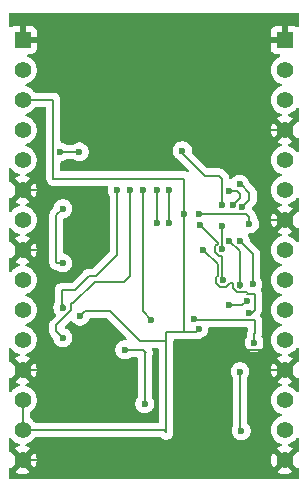
<source format=gbr>
%TF.GenerationSoftware,KiCad,Pcbnew,9.0.2*%
%TF.CreationDate,2025-10-16T21:48:54+11:00*%
%TF.ProjectId,esp32-c3-bare-bones,65737033-322d-4633-932d-626172652d62,0*%
%TF.SameCoordinates,Original*%
%TF.FileFunction,Copper,L2,Bot*%
%TF.FilePolarity,Positive*%
%FSLAX46Y46*%
G04 Gerber Fmt 4.6, Leading zero omitted, Abs format (unit mm)*
G04 Created by KiCad (PCBNEW 9.0.2) date 2025-10-16 21:48:54*
%MOMM*%
%LPD*%
G01*
G04 APERTURE LIST*
%TA.AperFunction,ComponentPad*%
%ADD10R,1.390000X1.390000*%
%TD*%
%TA.AperFunction,ComponentPad*%
%ADD11C,1.390000*%
%TD*%
%TA.AperFunction,ViaPad*%
%ADD12C,0.600000*%
%TD*%
%TA.AperFunction,Conductor*%
%ADD13C,0.200000*%
%TD*%
G04 APERTURE END LIST*
D10*
%TO.P,J2,01,01*%
%TO.N,GND*%
X162800000Y-87520000D03*
D11*
%TO.P,J2,02,02*%
%TO.N,U0TXD*%
X162800000Y-90060000D03*
%TO.P,J2,03,03*%
%TO.N,U0RXD*%
X162800000Y-92600000D03*
%TO.P,J2,04,04*%
%TO.N,GND*%
X162800000Y-95140000D03*
%TO.P,J2,05,05*%
%TO.N,GPIO9*%
X162800000Y-97680000D03*
%TO.P,J2,06,06*%
%TO.N,GPIO8*%
X162800000Y-100220000D03*
%TO.P,J2,07,07*%
%TO.N,GND*%
X162800000Y-102760000D03*
%TO.P,J2,08,08*%
%TO.N,GPIO7*%
X162800000Y-105300000D03*
%TO.P,J2,09,09*%
%TO.N,GPIO6*%
X162800000Y-107840000D03*
%TO.P,J2,10,10*%
%TO.N,GPIO5*%
X162800000Y-110380000D03*
%TO.P,J2,11,11*%
%TO.N,GPIO4*%
X162800000Y-112920000D03*
%TO.P,J2,12,12*%
%TO.N,GND*%
X162800000Y-115460000D03*
%TO.P,J2,13,13*%
%TO.N,GPIO18*%
X162800000Y-118000000D03*
%TO.P,J2,14,14*%
%TO.N,GPIO19*%
X162800000Y-120540000D03*
%TO.P,J2,15,15*%
%TO.N,GND*%
X162800000Y-123080000D03*
%TD*%
D10*
%TO.P,J1,01,01*%
%TO.N,GND*%
X140600000Y-87520000D03*
D11*
%TO.P,J1,02,02*%
%TO.N,VCC_3V3*%
X140600000Y-90060000D03*
%TO.P,J1,03,03*%
X140600000Y-92600000D03*
%TO.P,J1,04,04*%
%TO.N,GPIO2*%
X140600000Y-95140000D03*
%TO.P,J1,05,05*%
%TO.N,GPIO3*%
X140600000Y-97680000D03*
%TO.P,J1,06,06*%
%TO.N,GND*%
X140600000Y-100220000D03*
%TO.P,J1,07,07*%
%TO.N,CHIP_PU*%
X140600000Y-102760000D03*
%TO.P,J1,08,08*%
%TO.N,GND*%
X140600000Y-105300000D03*
%TO.P,J1,09,09*%
%TO.N,GPIO0*%
X140600000Y-107840000D03*
%TO.P,J1,10,10*%
%TO.N,GPIO1*%
X140600000Y-110380000D03*
%TO.P,J1,11,11*%
%TO.N,GPIO10*%
X140600000Y-112920000D03*
%TO.P,J1,12,12*%
%TO.N,GND*%
X140600000Y-115460000D03*
%TO.P,J1,13,13*%
%TO.N,VCC_3V3*%
X140600000Y-118000000D03*
%TO.P,J1,14,14*%
X140600000Y-120540000D03*
%TO.P,J1,15,15*%
%TO.N,GND*%
X140600000Y-123080000D03*
%TD*%
D12*
%TO.N,GPIO18*%
X159000000Y-108300000D03*
%TO.N,GPIO10*%
X144000000Y-112739944D03*
%TO.N,GPIO1*%
X144000000Y-110175735D03*
X148600000Y-100250000D03*
%TO.N,GPIO10*%
X149700000Y-100250000D03*
%TO.N,GPIO0*%
X144000000Y-106400000D03*
X144000000Y-101800000D03*
X143800000Y-97000000D03*
X145400000Y-97000000D03*
%TO.N,GPIO19*%
X158999000Y-115600000D03*
X158100000Y-110000000D03*
X159600000Y-109600000D03*
X160100000Y-108200000D03*
X159024265Y-104575735D03*
X159200000Y-101650000D03*
X158960674Y-99738202D03*
X159100000Y-120600000D03*
%TO.N,GPIO18*%
X158100000Y-104500000D03*
X158400000Y-101500000D03*
X158100000Y-100300000D03*
%TO.N,GPIO4*%
X150750000Y-100250000D03*
X151500000Y-111250000D03*
X155125000Y-111125000D03*
X160197914Y-113150000D03*
%TO.N,GPIO5*%
X152000000Y-100250000D03*
X152000000Y-103000000D03*
X155900000Y-105300000D03*
X159800000Y-110600000D03*
%TO.N,GPIO6*%
X153000000Y-100250000D03*
X153000000Y-103000000D03*
X155600000Y-103200000D03*
X157590000Y-107840000D03*
%TO.N,GPIO7*%
X157500000Y-101500000D03*
X157500000Y-103250000D03*
X157500000Y-105250000D03*
X154125000Y-96900000D03*
%TO.N,GND*%
X144200000Y-118700000D03*
%TO.N,GPIO8*%
X159800000Y-103100000D03*
X155500000Y-102250000D03*
%TO.N,VCC_3V3*%
X145465000Y-110900000D03*
X155500000Y-112000000D03*
%TO.N,GPIO9*%
X150925000Y-118325000D03*
X149250000Y-113750000D03*
%TO.N,VCC_3V3*%
X154250000Y-102250000D03*
%TO.N,GND*%
X145750000Y-115250000D03*
X155750000Y-90750000D03*
X155000000Y-113750000D03*
X145610000Y-106400000D03*
X157675000Y-97100000D03*
%TD*%
D13*
%TO.N,GPIO1*%
X143900000Y-108700000D02*
X143900000Y-109900000D01*
X143900000Y-109900000D02*
X144000000Y-110000000D01*
X144000000Y-110000000D02*
X144000000Y-110175735D01*
X146800000Y-107500000D02*
X146200000Y-107500000D01*
X146200000Y-107500000D02*
X145000000Y-108700000D01*
X145000000Y-108700000D02*
X143900000Y-108700000D01*
X148600000Y-100250000D02*
X148600000Y-105700000D01*
X148600000Y-105700000D02*
X146800000Y-107500000D01*
%TO.N,GPIO19*%
X159056530Y-99738202D02*
X159800000Y-100481672D01*
X158960674Y-99738202D02*
X159056530Y-99738202D01*
X159800000Y-101050000D02*
X159200000Y-101650000D01*
X159800000Y-100481672D02*
X159800000Y-101050000D01*
%TO.N,GPIO18*%
X159000000Y-100900000D02*
X158400000Y-101500000D01*
X159000000Y-100550000D02*
X159000000Y-100900000D01*
X158750000Y-100300000D02*
X159000000Y-100550000D01*
X158100000Y-100300000D02*
X158750000Y-100300000D01*
%TO.N,GPIO8*%
X159550000Y-102250000D02*
X155500000Y-102250000D01*
X159800000Y-102500000D02*
X159550000Y-102250000D01*
X159800000Y-103100000D02*
X159800000Y-102500000D01*
%TO.N,GPIO19*%
X159200000Y-101650000D02*
X159350000Y-101800000D01*
X159024265Y-104575735D02*
X160100000Y-105651470D01*
X160100000Y-105651470D02*
X160100000Y-108200000D01*
%TO.N,GPIO18*%
X159000000Y-105400000D02*
X159000000Y-108300000D01*
X158100000Y-104500000D02*
X159000000Y-105400000D01*
%TO.N,GPIO4*%
X155250000Y-111250000D02*
X155125000Y-111125000D01*
X160250000Y-111250000D02*
X155250000Y-111250000D01*
X160250000Y-112350000D02*
X160250000Y-111250000D01*
X160197914Y-112402086D02*
X160250000Y-112350000D01*
X160197914Y-113150000D02*
X160197914Y-112402086D01*
%TO.N,GPIO5*%
X160250000Y-109000000D02*
X159700000Y-109000000D01*
X160250000Y-110350000D02*
X160250000Y-109000000D01*
X160000000Y-110600000D02*
X160250000Y-110350000D01*
X159800000Y-110600000D02*
X160000000Y-110600000D01*
%TO.N,GPIO19*%
X159600000Y-109600000D02*
X159200000Y-110000000D01*
X159200000Y-110000000D02*
X158100000Y-110000000D01*
X158999000Y-120599000D02*
X158999000Y-115600000D01*
X159100000Y-120600000D02*
X159000000Y-120600000D01*
X159000000Y-120600000D02*
X158999000Y-120599000D01*
%TO.N,GND*%
X142700000Y-118700000D02*
X142300000Y-118300000D01*
X144200000Y-118700000D02*
X142700000Y-118700000D01*
X142300000Y-118300000D02*
X142300000Y-115100000D01*
%TO.N,GPIO10*%
X149700000Y-107500000D02*
X149700000Y-100100000D01*
X149200000Y-108000000D02*
X149700000Y-107500000D01*
X146700000Y-108000000D02*
X149200000Y-108000000D01*
X144700000Y-109800000D02*
X144900000Y-109800000D01*
X144000000Y-112739944D02*
X143450000Y-112189944D01*
X144700000Y-110400000D02*
X144700000Y-109800000D01*
X143450000Y-111650000D02*
X144700000Y-110400000D01*
X144900000Y-109800000D02*
X146700000Y-108000000D01*
X143450000Y-112189944D02*
X143450000Y-111650000D01*
%TO.N,GPIO0*%
X143500000Y-106400000D02*
X143450000Y-106350000D01*
X143450000Y-102350000D02*
X144000000Y-101800000D01*
X144000000Y-106400000D02*
X143500000Y-106400000D01*
X143450000Y-106350000D02*
X143450000Y-102350000D01*
%TO.N,GPIO5*%
X159601000Y-108901000D02*
X159700000Y-109000000D01*
X158751057Y-108901000D02*
X159601000Y-108901000D01*
X158399000Y-108548943D02*
X158751057Y-108901000D01*
X158399000Y-108200000D02*
X158399000Y-108548943D01*
X158287943Y-108088943D02*
X158399000Y-108200000D01*
X158191000Y-108088943D02*
X158287943Y-108088943D01*
X157838943Y-108441000D02*
X158191000Y-108088943D01*
X156989000Y-107591057D02*
X156989000Y-108088943D01*
X156989000Y-108088943D02*
X157341057Y-108441000D01*
X157099000Y-107481057D02*
X156989000Y-107591057D01*
X157099000Y-106499000D02*
X157099000Y-107481057D01*
X157341057Y-108441000D02*
X157838943Y-108441000D01*
X155900000Y-105300000D02*
X157099000Y-106499000D01*
X159600000Y-109000000D02*
X159700000Y-109000000D01*
%TO.N,GPIO6*%
X157500000Y-107750000D02*
X157590000Y-107840000D01*
X157500000Y-105851000D02*
X157500000Y-107750000D01*
X157251057Y-105851000D02*
X157500000Y-105851000D01*
X156899000Y-105498943D02*
X157251057Y-105851000D01*
X156899000Y-105001057D02*
X156899000Y-105498943D01*
X157099000Y-104699000D02*
X157099000Y-104801057D01*
X157099000Y-104801057D02*
X156899000Y-105001057D01*
X155600000Y-103200000D02*
X157099000Y-104699000D01*
%TO.N,VCC_3V3*%
X150500000Y-113000000D02*
X152750000Y-113000000D01*
X148000000Y-110500000D02*
X150500000Y-113000000D01*
X145465000Y-110900000D02*
X145865000Y-110500000D01*
X145865000Y-110500000D02*
X148000000Y-110500000D01*
%TO.N,GND*%
X145250000Y-107250000D02*
X142300000Y-107250000D01*
X145610000Y-106400000D02*
X145610000Y-106890000D01*
X145610000Y-106890000D02*
X145250000Y-107250000D01*
X142300000Y-107250000D02*
X142300000Y-106800000D01*
%TO.N,GPIO0*%
X145400000Y-97000000D02*
X143800000Y-97000000D01*
%TO.N,GPIO7*%
X156000000Y-99000000D02*
X157250000Y-99000000D01*
X157500000Y-99250000D02*
X157500000Y-101500000D01*
X154125000Y-97125000D02*
X156000000Y-99000000D01*
X157250000Y-99000000D02*
X157500000Y-99250000D01*
X154125000Y-96900000D02*
X154125000Y-97125000D01*
%TO.N,GND*%
X158575000Y-98000000D02*
X161000000Y-98000000D01*
X157675000Y-97100000D02*
X158575000Y-98000000D01*
X142280000Y-100580000D02*
X142280000Y-100220000D01*
X142300000Y-100600000D02*
X142280000Y-100580000D01*
%TO.N,GPIO0*%
X143800000Y-97000000D02*
X143700000Y-97000000D01*
%TO.N,VCC_3V3*%
X154250000Y-99250000D02*
X154250000Y-102250000D01*
X143200000Y-92600000D02*
X143200000Y-99250000D01*
X143200000Y-99250000D02*
X154250000Y-99250000D01*
X140600000Y-92600000D02*
X143200000Y-92600000D01*
%TO.N,GND*%
X142300000Y-100600000D02*
X142300000Y-106800000D01*
X140600000Y-100220000D02*
X142280000Y-100220000D01*
X142300000Y-105300000D02*
X140600000Y-105300000D01*
X142300000Y-115460000D02*
X142300000Y-106800000D01*
X145540000Y-115460000D02*
X140600000Y-115460000D01*
X145750000Y-115250000D02*
X145540000Y-115460000D01*
%TO.N,GPIO4*%
X150750000Y-110500000D02*
X150750000Y-100250000D01*
X151500000Y-111250000D02*
X150750000Y-110500000D01*
%TO.N,VCC_3V3*%
X152750000Y-113000000D02*
X152750000Y-112250000D01*
%TO.N,GPIO4*%
X155125000Y-111125000D02*
X155000000Y-111000000D01*
%TO.N,GPIO5*%
X152000000Y-103000000D02*
X152000000Y-100250000D01*
%TO.N,GPIO6*%
X153000000Y-103000000D02*
X153000000Y-100250000D01*
%TO.N,VCC_3V3*%
X154250000Y-102250000D02*
X154250000Y-112250000D01*
X154250000Y-112250000D02*
X152750000Y-112250000D01*
%TO.N,GPIO7*%
X157500000Y-105250000D02*
X157500000Y-103250000D01*
%TO.N,VCC_3V3*%
X155250000Y-112250000D02*
X154250000Y-112250000D01*
X155500000Y-112000000D02*
X155250000Y-112250000D01*
X152750000Y-120750000D02*
X152750000Y-113000000D01*
X152540000Y-120540000D02*
X152750000Y-120750000D01*
X140600000Y-120540000D02*
X152540000Y-120540000D01*
X140600000Y-118000000D02*
X140600000Y-120540000D01*
%TO.N,GND*%
X161000000Y-113750000D02*
X161000000Y-102500000D01*
X155000000Y-113750000D02*
X161000000Y-113750000D01*
X155750000Y-90750000D02*
X160750000Y-90750000D01*
X160750000Y-90750000D02*
X161000000Y-91000000D01*
X161000000Y-91000000D02*
X161000000Y-87500000D01*
X161000000Y-98000000D02*
X161000000Y-95000000D01*
X143000000Y-123500000D02*
X160750000Y-123500000D01*
X142580000Y-123080000D02*
X143000000Y-123500000D01*
%TO.N,GPIO9*%
X150925000Y-114075000D02*
X150925000Y-118325000D01*
X151000000Y-114000000D02*
X150925000Y-114075000D01*
X150750000Y-113750000D02*
X151000000Y-114000000D01*
X149250000Y-113750000D02*
X150750000Y-113750000D01*
%TO.N,GND*%
X161140000Y-95140000D02*
X161000000Y-95000000D01*
X162800000Y-115460000D02*
X161000000Y-115460000D01*
X161020000Y-87520000D02*
X162800000Y-87520000D01*
X161260000Y-102760000D02*
X161000000Y-102500000D01*
X160790000Y-115460000D02*
X160750000Y-115500000D01*
X162800000Y-102760000D02*
X161260000Y-102760000D01*
X161000000Y-115460000D02*
X160790000Y-115460000D01*
X161000000Y-95000000D02*
X161000000Y-91000000D01*
X162800000Y-95140000D02*
X161140000Y-95140000D01*
X161000000Y-102500000D02*
X161000000Y-98000000D01*
X161000000Y-87500000D02*
X161020000Y-87520000D01*
X160750000Y-115500000D02*
X160750000Y-123500000D01*
X161000000Y-115460000D02*
X161000000Y-113750000D01*
X140600000Y-123080000D02*
X142580000Y-123080000D01*
%TO.N,GPIO18*%
X159000000Y-108300000D02*
X159000000Y-108500000D01*
%TD*%
%TA.AperFunction,Conductor*%
%TO.N,GND*%
G36*
X163942539Y-85219685D02*
G01*
X163988294Y-85272489D01*
X163999500Y-85324000D01*
X163999500Y-86330365D01*
X163979815Y-86397404D01*
X163927011Y-86443159D01*
X163857853Y-86453103D01*
X163801189Y-86429632D01*
X163737089Y-86381647D01*
X163737086Y-86381645D01*
X163602379Y-86331403D01*
X163602372Y-86331401D01*
X163542844Y-86325000D01*
X163050000Y-86325000D01*
X163050000Y-87063893D01*
X163000712Y-87035437D01*
X162868459Y-87000000D01*
X162731541Y-87000000D01*
X162599288Y-87035437D01*
X162550000Y-87063893D01*
X162550000Y-86325000D01*
X162057155Y-86325000D01*
X161997627Y-86331401D01*
X161997620Y-86331403D01*
X161862913Y-86381645D01*
X161862906Y-86381649D01*
X161747812Y-86467809D01*
X161747809Y-86467812D01*
X161661649Y-86582906D01*
X161661645Y-86582913D01*
X161611403Y-86717620D01*
X161611401Y-86717627D01*
X161605000Y-86777155D01*
X161605000Y-87270000D01*
X162343893Y-87270000D01*
X162315437Y-87319288D01*
X162280000Y-87451541D01*
X162280000Y-87588459D01*
X162315437Y-87720712D01*
X162343893Y-87770000D01*
X161605000Y-87770000D01*
X161605000Y-88262844D01*
X161611401Y-88322372D01*
X161611403Y-88322379D01*
X161661645Y-88457086D01*
X161661649Y-88457093D01*
X161747809Y-88572187D01*
X161747812Y-88572190D01*
X161862906Y-88658350D01*
X161862913Y-88658354D01*
X161997620Y-88708596D01*
X161997627Y-88708598D01*
X162057155Y-88714999D01*
X162057172Y-88715000D01*
X162290072Y-88715000D01*
X162357111Y-88734685D01*
X162402866Y-88787489D01*
X162412810Y-88856647D01*
X162383785Y-88920203D01*
X162344678Y-88948403D01*
X162345428Y-88949874D01*
X162173420Y-89037516D01*
X162086563Y-89100621D01*
X162021184Y-89148123D01*
X162021182Y-89148125D01*
X162021181Y-89148125D01*
X161888125Y-89281181D01*
X161888125Y-89281182D01*
X161888123Y-89281184D01*
X161877773Y-89295430D01*
X161777516Y-89433420D01*
X161692085Y-89601086D01*
X161692084Y-89601089D01*
X161633937Y-89780051D01*
X161604500Y-89965906D01*
X161604500Y-90154093D01*
X161633937Y-90339948D01*
X161692084Y-90518910D01*
X161692085Y-90518913D01*
X161777516Y-90686579D01*
X161888123Y-90838816D01*
X162021184Y-90971877D01*
X162173421Y-91082484D01*
X162255656Y-91124384D01*
X162341086Y-91167914D01*
X162341089Y-91167915D01*
X162476982Y-91212069D01*
X162534657Y-91251506D01*
X162561856Y-91315865D01*
X162549942Y-91384711D01*
X162502698Y-91436187D01*
X162476982Y-91447931D01*
X162341089Y-91492084D01*
X162341086Y-91492085D01*
X162173420Y-91577516D01*
X162086563Y-91640621D01*
X162021184Y-91688123D01*
X162021182Y-91688125D01*
X162021181Y-91688125D01*
X161888125Y-91821181D01*
X161888125Y-91821182D01*
X161888123Y-91821184D01*
X161877773Y-91835430D01*
X161777516Y-91973420D01*
X161692085Y-92141086D01*
X161692084Y-92141089D01*
X161633937Y-92320051D01*
X161604500Y-92505906D01*
X161604500Y-92694093D01*
X161633937Y-92879948D01*
X161692084Y-93058910D01*
X161692085Y-93058913D01*
X161764228Y-93200500D01*
X161777516Y-93226579D01*
X161888123Y-93378816D01*
X162021184Y-93511877D01*
X162173421Y-93622484D01*
X162255656Y-93664384D01*
X162341086Y-93707914D01*
X162341092Y-93707916D01*
X162460195Y-93746614D01*
X162476983Y-93752069D01*
X162477790Y-93752331D01*
X162535466Y-93791768D01*
X162562665Y-93856126D01*
X162550751Y-93924973D01*
X162503507Y-93976449D01*
X162477792Y-93988193D01*
X162341280Y-94032549D01*
X162173681Y-94117945D01*
X162149249Y-94135696D01*
X162149248Y-94135696D01*
X162654260Y-94640707D01*
X162599288Y-94655437D01*
X162480713Y-94723896D01*
X162383896Y-94820713D01*
X162315437Y-94939288D01*
X162300707Y-94994260D01*
X161795696Y-94489248D01*
X161795696Y-94489249D01*
X161777945Y-94513681D01*
X161692548Y-94681281D01*
X161634425Y-94860165D01*
X161634425Y-94860168D01*
X161605000Y-95045951D01*
X161605000Y-95234048D01*
X161634425Y-95419831D01*
X161634425Y-95419834D01*
X161692548Y-95598718D01*
X161777942Y-95766312D01*
X161795696Y-95790749D01*
X162300707Y-95285738D01*
X162315437Y-95340712D01*
X162383896Y-95459287D01*
X162480713Y-95556104D01*
X162599288Y-95624563D01*
X162654259Y-95639292D01*
X162149248Y-96144302D01*
X162149249Y-96144303D01*
X162173680Y-96162053D01*
X162341281Y-96247451D01*
X162477791Y-96291806D01*
X162535467Y-96331243D01*
X162562665Y-96395602D01*
X162550750Y-96464448D01*
X162503506Y-96515924D01*
X162477791Y-96527668D01*
X162341089Y-96572084D01*
X162341086Y-96572085D01*
X162173420Y-96657516D01*
X162086563Y-96720621D01*
X162021184Y-96768123D01*
X162021182Y-96768125D01*
X162021181Y-96768125D01*
X161888125Y-96901181D01*
X161888125Y-96901182D01*
X161888123Y-96901184D01*
X161873611Y-96921158D01*
X161777516Y-97053420D01*
X161692085Y-97221086D01*
X161692084Y-97221089D01*
X161633937Y-97400051D01*
X161604500Y-97585906D01*
X161604500Y-97774093D01*
X161633937Y-97959948D01*
X161692084Y-98138910D01*
X161692085Y-98138913D01*
X161777516Y-98306579D01*
X161888123Y-98458816D01*
X162021184Y-98591877D01*
X162173421Y-98702484D01*
X162255656Y-98744384D01*
X162341086Y-98787914D01*
X162341089Y-98787915D01*
X162476982Y-98832069D01*
X162534657Y-98871506D01*
X162561856Y-98935865D01*
X162549942Y-99004711D01*
X162502698Y-99056187D01*
X162476982Y-99067931D01*
X162341089Y-99112084D01*
X162341086Y-99112085D01*
X162173420Y-99197516D01*
X162086563Y-99260621D01*
X162021184Y-99308123D01*
X162021182Y-99308125D01*
X162021181Y-99308125D01*
X161888125Y-99441181D01*
X161888125Y-99441182D01*
X161888123Y-99441184D01*
X161877773Y-99455430D01*
X161777516Y-99593420D01*
X161692085Y-99761086D01*
X161692084Y-99761089D01*
X161633937Y-99940051D01*
X161604500Y-100125906D01*
X161604500Y-100314093D01*
X161633937Y-100499948D01*
X161692084Y-100678910D01*
X161692085Y-100678913D01*
X161723211Y-100740000D01*
X161777516Y-100846579D01*
X161888123Y-100998816D01*
X162021184Y-101131877D01*
X162173421Y-101242484D01*
X162220561Y-101266503D01*
X162341086Y-101327914D01*
X162341092Y-101327916D01*
X162477790Y-101372331D01*
X162535466Y-101411768D01*
X162562665Y-101476126D01*
X162550751Y-101544973D01*
X162503507Y-101596449D01*
X162477792Y-101608193D01*
X162341280Y-101652549D01*
X162173681Y-101737945D01*
X162149249Y-101755696D01*
X162149248Y-101755696D01*
X162654260Y-102260707D01*
X162599288Y-102275437D01*
X162480713Y-102343896D01*
X162383896Y-102440713D01*
X162315437Y-102559288D01*
X162300707Y-102614260D01*
X161795696Y-102109248D01*
X161795696Y-102109249D01*
X161777945Y-102133681D01*
X161692548Y-102301281D01*
X161634425Y-102480165D01*
X161634425Y-102480168D01*
X161605000Y-102665951D01*
X161605000Y-102854048D01*
X161634425Y-103039831D01*
X161634425Y-103039834D01*
X161692548Y-103218718D01*
X161777942Y-103386312D01*
X161795696Y-103410749D01*
X162300707Y-102905738D01*
X162315437Y-102960712D01*
X162383896Y-103079287D01*
X162480713Y-103176104D01*
X162599288Y-103244563D01*
X162654259Y-103259292D01*
X162149248Y-103764302D01*
X162149249Y-103764303D01*
X162173680Y-103782053D01*
X162341281Y-103867451D01*
X162477791Y-103911806D01*
X162535467Y-103951243D01*
X162562665Y-104015602D01*
X162550750Y-104084448D01*
X162503506Y-104135924D01*
X162477791Y-104147668D01*
X162341089Y-104192084D01*
X162341086Y-104192085D01*
X162173420Y-104277516D01*
X162086563Y-104340621D01*
X162021184Y-104388123D01*
X162021182Y-104388125D01*
X162021181Y-104388125D01*
X161888125Y-104521181D01*
X161888125Y-104521182D01*
X161888123Y-104521184D01*
X161881527Y-104530263D01*
X161777516Y-104673420D01*
X161692085Y-104841086D01*
X161692084Y-104841089D01*
X161633937Y-105020051D01*
X161604500Y-105205906D01*
X161604500Y-105394093D01*
X161633937Y-105579948D01*
X161692084Y-105758910D01*
X161692085Y-105758913D01*
X161758729Y-105889707D01*
X161777516Y-105926579D01*
X161888123Y-106078816D01*
X162021184Y-106211877D01*
X162173421Y-106322484D01*
X162208289Y-106340250D01*
X162341086Y-106407914D01*
X162341089Y-106407915D01*
X162476982Y-106452069D01*
X162534657Y-106491506D01*
X162561856Y-106555865D01*
X162549942Y-106624711D01*
X162502698Y-106676187D01*
X162476982Y-106687931D01*
X162341089Y-106732084D01*
X162341086Y-106732085D01*
X162173420Y-106817516D01*
X162086706Y-106880518D01*
X162021184Y-106928123D01*
X162021182Y-106928125D01*
X162021181Y-106928125D01*
X161888125Y-107061181D01*
X161888125Y-107061182D01*
X161888123Y-107061184D01*
X161877773Y-107075430D01*
X161777516Y-107213420D01*
X161692085Y-107381086D01*
X161692084Y-107381089D01*
X161633937Y-107560051D01*
X161604500Y-107745906D01*
X161604500Y-107934093D01*
X161633937Y-108119948D01*
X161692084Y-108298910D01*
X161692085Y-108298913D01*
X161777516Y-108466579D01*
X161888123Y-108618816D01*
X162021184Y-108751877D01*
X162173421Y-108862484D01*
X162255656Y-108904384D01*
X162341086Y-108947914D01*
X162341089Y-108947915D01*
X162476982Y-108992069D01*
X162534657Y-109031506D01*
X162561856Y-109095865D01*
X162549942Y-109164711D01*
X162502698Y-109216187D01*
X162476982Y-109227931D01*
X162341089Y-109272084D01*
X162341086Y-109272085D01*
X162173420Y-109357516D01*
X162086563Y-109420621D01*
X162021184Y-109468123D01*
X162021182Y-109468125D01*
X162021181Y-109468125D01*
X161888125Y-109601181D01*
X161888125Y-109601182D01*
X161888123Y-109601184D01*
X161857368Y-109643515D01*
X161777516Y-109753420D01*
X161692085Y-109921086D01*
X161692084Y-109921089D01*
X161633937Y-110100051D01*
X161604500Y-110285906D01*
X161604500Y-110474093D01*
X161633937Y-110659948D01*
X161692084Y-110838910D01*
X161692085Y-110838913D01*
X161764238Y-110980520D01*
X161777516Y-111006579D01*
X161888123Y-111158816D01*
X162021184Y-111291877D01*
X162173421Y-111402484D01*
X162204295Y-111418215D01*
X162341086Y-111487914D01*
X162341089Y-111487915D01*
X162476982Y-111532069D01*
X162534657Y-111571506D01*
X162561856Y-111635865D01*
X162549942Y-111704711D01*
X162502698Y-111756187D01*
X162476982Y-111767931D01*
X162341089Y-111812084D01*
X162341086Y-111812085D01*
X162173420Y-111897516D01*
X162088249Y-111959397D01*
X162021184Y-112008123D01*
X162021182Y-112008125D01*
X162021181Y-112008125D01*
X161888125Y-112141181D01*
X161888125Y-112141182D01*
X161888123Y-112141184D01*
X161866972Y-112170296D01*
X161777516Y-112293420D01*
X161692085Y-112461086D01*
X161692084Y-112461089D01*
X161633937Y-112640051D01*
X161604500Y-112825906D01*
X161604500Y-113014093D01*
X161633937Y-113199948D01*
X161692084Y-113378910D01*
X161692085Y-113378913D01*
X161762195Y-113516510D01*
X161777516Y-113546579D01*
X161888123Y-113698816D01*
X162021184Y-113831877D01*
X162173421Y-113942484D01*
X162255656Y-113984384D01*
X162341086Y-114027914D01*
X162341092Y-114027916D01*
X162477790Y-114072331D01*
X162535466Y-114111768D01*
X162562665Y-114176126D01*
X162550751Y-114244973D01*
X162503507Y-114296449D01*
X162477792Y-114308193D01*
X162341280Y-114352549D01*
X162173681Y-114437945D01*
X162149249Y-114455696D01*
X162149248Y-114455696D01*
X162654260Y-114960707D01*
X162599288Y-114975437D01*
X162480713Y-115043896D01*
X162383896Y-115140713D01*
X162315437Y-115259288D01*
X162300707Y-115314260D01*
X161795696Y-114809248D01*
X161795696Y-114809249D01*
X161777945Y-114833681D01*
X161692548Y-115001281D01*
X161634425Y-115180165D01*
X161634425Y-115180168D01*
X161605000Y-115365951D01*
X161605000Y-115554048D01*
X161634425Y-115739831D01*
X161634425Y-115739834D01*
X161692548Y-115918718D01*
X161777942Y-116086312D01*
X161795696Y-116110749D01*
X162300707Y-115605738D01*
X162315437Y-115660712D01*
X162383896Y-115779287D01*
X162480713Y-115876104D01*
X162599288Y-115944563D01*
X162654259Y-115959292D01*
X162149248Y-116464302D01*
X162149249Y-116464303D01*
X162173680Y-116482053D01*
X162341281Y-116567451D01*
X162477791Y-116611806D01*
X162535467Y-116651243D01*
X162562665Y-116715602D01*
X162550750Y-116784448D01*
X162503506Y-116835924D01*
X162477791Y-116847668D01*
X162341089Y-116892084D01*
X162341086Y-116892085D01*
X162173420Y-116977516D01*
X162086563Y-117040621D01*
X162021184Y-117088123D01*
X162021182Y-117088125D01*
X162021181Y-117088125D01*
X161888125Y-117221181D01*
X161888125Y-117221182D01*
X161888123Y-117221184D01*
X161877773Y-117235430D01*
X161777516Y-117373420D01*
X161692085Y-117541086D01*
X161692084Y-117541089D01*
X161633937Y-117720051D01*
X161604500Y-117905906D01*
X161604500Y-118094093D01*
X161633937Y-118279948D01*
X161692084Y-118458910D01*
X161692085Y-118458913D01*
X161777516Y-118626579D01*
X161888123Y-118778816D01*
X162021184Y-118911877D01*
X162173421Y-119022484D01*
X162255656Y-119064384D01*
X162341086Y-119107914D01*
X162341089Y-119107915D01*
X162476982Y-119152069D01*
X162534657Y-119191506D01*
X162561856Y-119255865D01*
X162549942Y-119324711D01*
X162502698Y-119376187D01*
X162476982Y-119387931D01*
X162341089Y-119432084D01*
X162341086Y-119432085D01*
X162173420Y-119517516D01*
X162086563Y-119580621D01*
X162021184Y-119628123D01*
X162021182Y-119628125D01*
X162021181Y-119628125D01*
X161888125Y-119761181D01*
X161888125Y-119761182D01*
X161888123Y-119761184D01*
X161877773Y-119775430D01*
X161777516Y-119913420D01*
X161692085Y-120081086D01*
X161692084Y-120081089D01*
X161633937Y-120260051D01*
X161604500Y-120445906D01*
X161604500Y-120634093D01*
X161633937Y-120819948D01*
X161692084Y-120998910D01*
X161692085Y-120998913D01*
X161764228Y-121140500D01*
X161777516Y-121166579D01*
X161888123Y-121318816D01*
X162021184Y-121451877D01*
X162173421Y-121562484D01*
X162255656Y-121604384D01*
X162341086Y-121647914D01*
X162341092Y-121647916D01*
X162477790Y-121692331D01*
X162535466Y-121731768D01*
X162562665Y-121796126D01*
X162550751Y-121864973D01*
X162503507Y-121916449D01*
X162477792Y-121928193D01*
X162341280Y-121972549D01*
X162173681Y-122057945D01*
X162149249Y-122075696D01*
X162149248Y-122075696D01*
X162654260Y-122580707D01*
X162599288Y-122595437D01*
X162480713Y-122663896D01*
X162383896Y-122760713D01*
X162315437Y-122879288D01*
X162300707Y-122934260D01*
X161795696Y-122429248D01*
X161795696Y-122429249D01*
X161777945Y-122453681D01*
X161692548Y-122621281D01*
X161634425Y-122800165D01*
X161634425Y-122800168D01*
X161605000Y-122985951D01*
X161605000Y-123174048D01*
X161634425Y-123359831D01*
X161634425Y-123359834D01*
X161692548Y-123538718D01*
X161777942Y-123706312D01*
X161795696Y-123730749D01*
X162300707Y-123225738D01*
X162315437Y-123280712D01*
X162383896Y-123399287D01*
X162480713Y-123496104D01*
X162599288Y-123564563D01*
X162654259Y-123579292D01*
X162149248Y-124084302D01*
X162149249Y-124084303D01*
X162173680Y-124102053D01*
X162341281Y-124187451D01*
X162520166Y-124245574D01*
X162705952Y-124275000D01*
X162894048Y-124275000D01*
X163079831Y-124245574D01*
X163079834Y-124245574D01*
X163258718Y-124187451D01*
X163426316Y-124102055D01*
X163450749Y-124084303D01*
X163450749Y-124084302D01*
X162945740Y-123579292D01*
X163000712Y-123564563D01*
X163119287Y-123496104D01*
X163216104Y-123399287D01*
X163284563Y-123280712D01*
X163299292Y-123225739D01*
X163804302Y-123730749D01*
X163829753Y-123728746D01*
X163830508Y-123728165D01*
X163900121Y-123722184D01*
X163961917Y-123754788D01*
X163996277Y-123815625D01*
X163999500Y-123843715D01*
X163999500Y-124575500D01*
X163979815Y-124642539D01*
X163927011Y-124688294D01*
X163875500Y-124699500D01*
X139524500Y-124699500D01*
X139457461Y-124679815D01*
X139411706Y-124627011D01*
X139400500Y-124575500D01*
X139400500Y-123843718D01*
X139420185Y-123776679D01*
X139472989Y-123730924D01*
X139542147Y-123720980D01*
X139556842Y-123727691D01*
X139595696Y-123730749D01*
X140100707Y-123225738D01*
X140115437Y-123280712D01*
X140183896Y-123399287D01*
X140280713Y-123496104D01*
X140399288Y-123564563D01*
X140454259Y-123579292D01*
X139949248Y-124084302D01*
X139949249Y-124084303D01*
X139973680Y-124102053D01*
X140141281Y-124187451D01*
X140320166Y-124245574D01*
X140505952Y-124275000D01*
X140694048Y-124275000D01*
X140879831Y-124245574D01*
X140879834Y-124245574D01*
X141058718Y-124187451D01*
X141226316Y-124102055D01*
X141250749Y-124084303D01*
X141250749Y-124084302D01*
X140745740Y-123579292D01*
X140800712Y-123564563D01*
X140919287Y-123496104D01*
X141016104Y-123399287D01*
X141084563Y-123280712D01*
X141099292Y-123225739D01*
X141604302Y-123730749D01*
X141604303Y-123730749D01*
X141622055Y-123706316D01*
X141707451Y-123538718D01*
X141765574Y-123359834D01*
X141765574Y-123359831D01*
X141795000Y-123174048D01*
X141795000Y-122985951D01*
X141765574Y-122800168D01*
X141765574Y-122800165D01*
X141707451Y-122621281D01*
X141622053Y-122453680D01*
X141604303Y-122429249D01*
X141604302Y-122429248D01*
X141099292Y-122934259D01*
X141084563Y-122879288D01*
X141016104Y-122760713D01*
X140919287Y-122663896D01*
X140800712Y-122595437D01*
X140745739Y-122580707D01*
X141250749Y-122075696D01*
X141226312Y-122057942D01*
X141058719Y-121972549D01*
X140922207Y-121928193D01*
X140864532Y-121888755D01*
X140837334Y-121824396D01*
X140849249Y-121755550D01*
X140896493Y-121704074D01*
X140922206Y-121692332D01*
X141058913Y-121647914D01*
X141226579Y-121562484D01*
X141378816Y-121451877D01*
X141511877Y-121318816D01*
X141604295Y-121191614D01*
X141659625Y-121148949D01*
X141704613Y-121140500D01*
X152239902Y-121140500D01*
X152306941Y-121160185D01*
X152313873Y-121164979D01*
X152321156Y-121170392D01*
X152381284Y-121230520D01*
X152468095Y-121280639D01*
X152474313Y-121284229D01*
X152474317Y-121284232D01*
X152504296Y-121301540D01*
X152518215Y-121309577D01*
X152670943Y-121350501D01*
X152670946Y-121350501D01*
X152829054Y-121350501D01*
X152829057Y-121350501D01*
X152981785Y-121309577D01*
X153031904Y-121280639D01*
X153118716Y-121230520D01*
X153230520Y-121118716D01*
X153299688Y-120998913D01*
X153309577Y-120981785D01*
X153350501Y-120829057D01*
X153350501Y-120670943D01*
X153350501Y-120663348D01*
X153350500Y-120663330D01*
X153350500Y-115521153D01*
X158198500Y-115521153D01*
X158198500Y-115678846D01*
X158229261Y-115833489D01*
X158229264Y-115833501D01*
X158289602Y-115979172D01*
X158289609Y-115979185D01*
X158377602Y-116110874D01*
X158398480Y-116177551D01*
X158398500Y-116179765D01*
X158398500Y-120177098D01*
X158389061Y-120224550D01*
X158330264Y-120366498D01*
X158330261Y-120366510D01*
X158299500Y-120521153D01*
X158299500Y-120678846D01*
X158330261Y-120833489D01*
X158330264Y-120833501D01*
X158390602Y-120979172D01*
X158390609Y-120979185D01*
X158478210Y-121110288D01*
X158478213Y-121110292D01*
X158589707Y-121221786D01*
X158589711Y-121221789D01*
X158720814Y-121309390D01*
X158720827Y-121309397D01*
X158866498Y-121369735D01*
X158866503Y-121369737D01*
X159021153Y-121400499D01*
X159021156Y-121400500D01*
X159021158Y-121400500D01*
X159178844Y-121400500D01*
X159178845Y-121400499D01*
X159333497Y-121369737D01*
X159479179Y-121309394D01*
X159610289Y-121221789D01*
X159721789Y-121110289D01*
X159809394Y-120979179D01*
X159869737Y-120833497D01*
X159900500Y-120678842D01*
X159900500Y-120521158D01*
X159900500Y-120521155D01*
X159900499Y-120521153D01*
X159869737Y-120366503D01*
X159869735Y-120366498D01*
X159809397Y-120220827D01*
X159809390Y-120220814D01*
X159721789Y-120089711D01*
X159721786Y-120089707D01*
X159635819Y-120003740D01*
X159602334Y-119942417D01*
X159599500Y-119916059D01*
X159599500Y-116179765D01*
X159619185Y-116112726D01*
X159620398Y-116110874D01*
X159626205Y-116102184D01*
X159708394Y-115979179D01*
X159768737Y-115833497D01*
X159799500Y-115678842D01*
X159799500Y-115521158D01*
X159799500Y-115521155D01*
X159799499Y-115521153D01*
X159772472Y-115385277D01*
X159772471Y-115385273D01*
X159768737Y-115366505D01*
X159768737Y-115366503D01*
X159768508Y-115365951D01*
X159708397Y-115220827D01*
X159708390Y-115220814D01*
X159620789Y-115089711D01*
X159620786Y-115089707D01*
X159509292Y-114978213D01*
X159509288Y-114978210D01*
X159378185Y-114890609D01*
X159378172Y-114890602D01*
X159232501Y-114830264D01*
X159232489Y-114830261D01*
X159077845Y-114799500D01*
X159077842Y-114799500D01*
X158920158Y-114799500D01*
X158920155Y-114799500D01*
X158765510Y-114830261D01*
X158765498Y-114830264D01*
X158619827Y-114890602D01*
X158619814Y-114890609D01*
X158488711Y-114978210D01*
X158488707Y-114978213D01*
X158377213Y-115089707D01*
X158377210Y-115089711D01*
X158289609Y-115220814D01*
X158289602Y-115220827D01*
X158229264Y-115366498D01*
X158229261Y-115366510D01*
X158198500Y-115521153D01*
X153350500Y-115521153D01*
X153350500Y-112974500D01*
X153370185Y-112907461D01*
X153422989Y-112861706D01*
X153474500Y-112850500D01*
X154170943Y-112850500D01*
X155163331Y-112850500D01*
X155163347Y-112850501D01*
X155170943Y-112850501D01*
X155329054Y-112850501D01*
X155329057Y-112850501D01*
X155481785Y-112809577D01*
X155481786Y-112809575D01*
X155489635Y-112807473D01*
X155489820Y-112808165D01*
X155528364Y-112800500D01*
X155578844Y-112800500D01*
X155578845Y-112800499D01*
X155733497Y-112769737D01*
X155879179Y-112709394D01*
X156010289Y-112621789D01*
X156121789Y-112510289D01*
X156209394Y-112379179D01*
X156269737Y-112233497D01*
X156300500Y-112078842D01*
X156300500Y-111974500D01*
X156320185Y-111907461D01*
X156372989Y-111861706D01*
X156424500Y-111850500D01*
X159525500Y-111850500D01*
X159534185Y-111853050D01*
X159543147Y-111851762D01*
X159567187Y-111862740D01*
X159592539Y-111870185D01*
X159598466Y-111877025D01*
X159606703Y-111880787D01*
X159620992Y-111903021D01*
X159638294Y-111922989D01*
X159640581Y-111933503D01*
X159644477Y-111939565D01*
X159649500Y-111974500D01*
X159649500Y-112118686D01*
X159640062Y-112166136D01*
X159638338Y-112170296D01*
X159638337Y-112170301D01*
X159597413Y-112323029D01*
X159597413Y-112323031D01*
X159597413Y-112491132D01*
X159597414Y-112491145D01*
X159597414Y-112570234D01*
X159577729Y-112637273D01*
X159576516Y-112639125D01*
X159488523Y-112770814D01*
X159488516Y-112770827D01*
X159428178Y-112916498D01*
X159428175Y-112916510D01*
X159397414Y-113071153D01*
X159397414Y-113228846D01*
X159428175Y-113383489D01*
X159428178Y-113383501D01*
X159488516Y-113529172D01*
X159488523Y-113529185D01*
X159576124Y-113660288D01*
X159576127Y-113660292D01*
X159687621Y-113771786D01*
X159687625Y-113771789D01*
X159818728Y-113859390D01*
X159818741Y-113859397D01*
X159964412Y-113919735D01*
X159964417Y-113919737D01*
X160119067Y-113950499D01*
X160119070Y-113950500D01*
X160119072Y-113950500D01*
X160276758Y-113950500D01*
X160276759Y-113950499D01*
X160431411Y-113919737D01*
X160577093Y-113859394D01*
X160708203Y-113771789D01*
X160819703Y-113660289D01*
X160907308Y-113529179D01*
X160967651Y-113383497D01*
X160998414Y-113228842D01*
X160998414Y-113071158D01*
X160998414Y-113071155D01*
X160998413Y-113071153D01*
X160979187Y-112974500D01*
X160967651Y-112916503D01*
X160944954Y-112861706D01*
X160907311Y-112770827D01*
X160907304Y-112770814D01*
X160832611Y-112659028D01*
X160811733Y-112592350D01*
X160815939Y-112558041D01*
X160823933Y-112528209D01*
X160841918Y-112461087D01*
X160850501Y-112429057D01*
X160850501Y-112270942D01*
X160850501Y-112263347D01*
X160850500Y-112263329D01*
X160850500Y-111170945D01*
X160850500Y-111170943D01*
X160809577Y-111018216D01*
X160808585Y-111016498D01*
X160730526Y-110881292D01*
X160726075Y-110875493D01*
X160700877Y-110810326D01*
X160714910Y-110741880D01*
X160726075Y-110724507D01*
X160730516Y-110718719D01*
X160730520Y-110718716D01*
X160730522Y-110718711D01*
X160730526Y-110718707D01*
X160777954Y-110636556D01*
X160809577Y-110581784D01*
X160845022Y-110449500D01*
X160850500Y-110429058D01*
X160850500Y-110270943D01*
X160850500Y-108920943D01*
X160809577Y-108768216D01*
X160789495Y-108733434D01*
X160773023Y-108665535D01*
X160793782Y-108602543D01*
X160809394Y-108579179D01*
X160869737Y-108433497D01*
X160900500Y-108278842D01*
X160900500Y-108121158D01*
X160900500Y-108121155D01*
X160900499Y-108121153D01*
X160892893Y-108082915D01*
X160869737Y-107966503D01*
X160869735Y-107966498D01*
X160809397Y-107820827D01*
X160809390Y-107820814D01*
X160721398Y-107689125D01*
X160700520Y-107622447D01*
X160700500Y-107620234D01*
X160700500Y-105740529D01*
X160700501Y-105740516D01*
X160700501Y-105572415D01*
X160700501Y-105572413D01*
X160659577Y-105419685D01*
X160616730Y-105345472D01*
X160580520Y-105282754D01*
X160468716Y-105170950D01*
X160468715Y-105170949D01*
X160464385Y-105166619D01*
X160464374Y-105166609D01*
X159858839Y-104561074D01*
X159825354Y-104499751D01*
X159824903Y-104497584D01*
X159806860Y-104406882D01*
X159794002Y-104342238D01*
X159767370Y-104277942D01*
X159733662Y-104196562D01*
X159733655Y-104196549D01*
X159664727Y-104093391D01*
X159643849Y-104026713D01*
X159662334Y-103959333D01*
X159714312Y-103912643D01*
X159767829Y-103900500D01*
X159878844Y-103900500D01*
X159878845Y-103900499D01*
X160033497Y-103869737D01*
X160149262Y-103821786D01*
X160179172Y-103809397D01*
X160179172Y-103809396D01*
X160179179Y-103809394D01*
X160310289Y-103721789D01*
X160421789Y-103610289D01*
X160509394Y-103479179D01*
X160513687Y-103468816D01*
X160569735Y-103333501D01*
X160569737Y-103333497D01*
X160600500Y-103178842D01*
X160600500Y-103021158D01*
X160600500Y-103021155D01*
X160600499Y-103021153D01*
X160569738Y-102866510D01*
X160569737Y-102866503D01*
X160569735Y-102866498D01*
X160510241Y-102722865D01*
X160510240Y-102722863D01*
X160509394Y-102720821D01*
X160421789Y-102589711D01*
X160421780Y-102589702D01*
X160421213Y-102588848D01*
X160410847Y-102555428D01*
X160400520Y-102522447D01*
X160400517Y-102522124D01*
X160400514Y-102522115D01*
X160400516Y-102522104D01*
X160400500Y-102520234D01*
X160400500Y-102420943D01*
X160396615Y-102406446D01*
X160394754Y-102399500D01*
X160375879Y-102329057D01*
X160359577Y-102268216D01*
X160359575Y-102268212D01*
X160359574Y-102268209D01*
X160280524Y-102131290D01*
X160280521Y-102131286D01*
X160280520Y-102131284D01*
X160168716Y-102019480D01*
X160168715Y-102019479D01*
X160164385Y-102015149D01*
X160164374Y-102015139D01*
X160037590Y-101888355D01*
X160037588Y-101888352D01*
X160027055Y-101877819D01*
X160023270Y-101870888D01*
X160022097Y-101869457D01*
X160022095Y-101869454D01*
X160022382Y-101869262D01*
X159993570Y-101816496D01*
X159993119Y-101765947D01*
X159995158Y-101755696D01*
X160000500Y-101728842D01*
X160000500Y-101728839D01*
X160000637Y-101728151D01*
X160033022Y-101666240D01*
X160034528Y-101664705D01*
X160158504Y-101540729D01*
X160158509Y-101540726D01*
X160168714Y-101530520D01*
X160168716Y-101530520D01*
X160280520Y-101418716D01*
X160343139Y-101310256D01*
X160359577Y-101281785D01*
X160400500Y-101129057D01*
X160400500Y-100970943D01*
X160400500Y-100402615D01*
X160359577Y-100249888D01*
X160288023Y-100125951D01*
X160280524Y-100112962D01*
X160280521Y-100112958D01*
X160280520Y-100112956D01*
X160168716Y-100001152D01*
X160168715Y-100001151D01*
X160164385Y-99996821D01*
X160164374Y-99996811D01*
X159771445Y-99603882D01*
X159737960Y-99542559D01*
X159737529Y-99540491D01*
X159730411Y-99504705D01*
X159672289Y-99364385D01*
X159670071Y-99359029D01*
X159670064Y-99359016D01*
X159582463Y-99227913D01*
X159582460Y-99227909D01*
X159470966Y-99116415D01*
X159470962Y-99116412D01*
X159339859Y-99028811D01*
X159339846Y-99028804D01*
X159194175Y-98968466D01*
X159194163Y-98968463D01*
X159039519Y-98937702D01*
X159039516Y-98937702D01*
X158881832Y-98937702D01*
X158881829Y-98937702D01*
X158727184Y-98968463D01*
X158727172Y-98968466D01*
X158581501Y-99028804D01*
X158581488Y-99028811D01*
X158450385Y-99116412D01*
X158450381Y-99116415D01*
X158338887Y-99227909D01*
X158338882Y-99227915D01*
X158327601Y-99244799D01*
X158273988Y-99289604D01*
X158204663Y-99298310D01*
X158141636Y-99268154D01*
X158104918Y-99208711D01*
X158100500Y-99175907D01*
X158100500Y-99170945D01*
X158100500Y-99170943D01*
X158059577Y-99018216D01*
X158030854Y-98968465D01*
X157980524Y-98881290D01*
X157980521Y-98881286D01*
X157980520Y-98881284D01*
X157868716Y-98769480D01*
X157868715Y-98769479D01*
X157864385Y-98765149D01*
X157864374Y-98765139D01*
X157737590Y-98638355D01*
X157737588Y-98638352D01*
X157618717Y-98519481D01*
X157618716Y-98519480D01*
X157513642Y-98458816D01*
X157513641Y-98458815D01*
X157481783Y-98440422D01*
X157425881Y-98425443D01*
X157329057Y-98399499D01*
X157170943Y-98399499D01*
X157163347Y-98399499D01*
X157163331Y-98399500D01*
X156300097Y-98399500D01*
X156233058Y-98379815D01*
X156212416Y-98363181D01*
X154956203Y-97106968D01*
X154922718Y-97045645D01*
X154922267Y-96995093D01*
X154924779Y-96982469D01*
X154925500Y-96978842D01*
X154925500Y-96821158D01*
X154925500Y-96821155D01*
X154925499Y-96821153D01*
X154914951Y-96768125D01*
X154894737Y-96666503D01*
X154894735Y-96666498D01*
X154834397Y-96520827D01*
X154834390Y-96520814D01*
X154746789Y-96389711D01*
X154746786Y-96389707D01*
X154635292Y-96278213D01*
X154635288Y-96278210D01*
X154504185Y-96190609D01*
X154504172Y-96190602D01*
X154358501Y-96130264D01*
X154358489Y-96130261D01*
X154203845Y-96099500D01*
X154203842Y-96099500D01*
X154046158Y-96099500D01*
X154046155Y-96099500D01*
X153891510Y-96130261D01*
X153891498Y-96130264D01*
X153745827Y-96190602D01*
X153745814Y-96190609D01*
X153614711Y-96278210D01*
X153614707Y-96278213D01*
X153503213Y-96389707D01*
X153503210Y-96389711D01*
X153415609Y-96520814D01*
X153415602Y-96520827D01*
X153355264Y-96666498D01*
X153355261Y-96666510D01*
X153324500Y-96821153D01*
X153324500Y-96978846D01*
X153355261Y-97133489D01*
X153355264Y-97133501D01*
X153415602Y-97279172D01*
X153415609Y-97279185D01*
X153503210Y-97410288D01*
X153503213Y-97410292D01*
X153614710Y-97521789D01*
X153732510Y-97600500D01*
X153745821Y-97609394D01*
X153747507Y-97610092D01*
X153749018Y-97611102D01*
X153751192Y-97612264D01*
X153751077Y-97612478D01*
X153787738Y-97636973D01*
X154666138Y-98515373D01*
X154699623Y-98576696D01*
X154694639Y-98646388D01*
X154652767Y-98702321D01*
X154587303Y-98726738D01*
X154519030Y-98711886D01*
X154516458Y-98710442D01*
X154481784Y-98690423D01*
X154329057Y-98649500D01*
X154329056Y-98649500D01*
X143924500Y-98649500D01*
X143857461Y-98629815D01*
X143811706Y-98577011D01*
X143800500Y-98525500D01*
X143800500Y-97917847D01*
X143820185Y-97850808D01*
X143872989Y-97805053D01*
X143900309Y-97796230D01*
X143916291Y-97793050D01*
X144033497Y-97769737D01*
X144179179Y-97709394D01*
X144287565Y-97636973D01*
X144310875Y-97621398D01*
X144377553Y-97600520D01*
X144379766Y-97600500D01*
X144820234Y-97600500D01*
X144887273Y-97620185D01*
X144889125Y-97621398D01*
X145020814Y-97709390D01*
X145020827Y-97709397D01*
X145166498Y-97769735D01*
X145166503Y-97769737D01*
X145321153Y-97800499D01*
X145321156Y-97800500D01*
X145321158Y-97800500D01*
X145478844Y-97800500D01*
X145478845Y-97800499D01*
X145633497Y-97769737D01*
X145779179Y-97709394D01*
X145910289Y-97621789D01*
X146021789Y-97510289D01*
X146109394Y-97379179D01*
X146169737Y-97233497D01*
X146200500Y-97078842D01*
X146200500Y-96921158D01*
X146200500Y-96921155D01*
X146200499Y-96921153D01*
X146196526Y-96901181D01*
X146169737Y-96766503D01*
X146128314Y-96666498D01*
X146109397Y-96620827D01*
X146109390Y-96620814D01*
X146021789Y-96489711D01*
X146021786Y-96489707D01*
X145910292Y-96378213D01*
X145910288Y-96378210D01*
X145779185Y-96290609D01*
X145779172Y-96290602D01*
X145633501Y-96230264D01*
X145633489Y-96230261D01*
X145478845Y-96199500D01*
X145478842Y-96199500D01*
X145321158Y-96199500D01*
X145321155Y-96199500D01*
X145166510Y-96230261D01*
X145166498Y-96230264D01*
X145020827Y-96290602D01*
X145020814Y-96290609D01*
X144889125Y-96378602D01*
X144822447Y-96399480D01*
X144820234Y-96399500D01*
X144379766Y-96399500D01*
X144312727Y-96379815D01*
X144310875Y-96378602D01*
X144179185Y-96290609D01*
X144179172Y-96290602D01*
X144033501Y-96230264D01*
X144033491Y-96230261D01*
X143900308Y-96203769D01*
X143838397Y-96171384D01*
X143803823Y-96110668D01*
X143800500Y-96082152D01*
X143800500Y-92520945D01*
X143800500Y-92520943D01*
X143759577Y-92368216D01*
X143759573Y-92368209D01*
X143680524Y-92231290D01*
X143680518Y-92231282D01*
X143568717Y-92119481D01*
X143568709Y-92119475D01*
X143431790Y-92040426D01*
X143431786Y-92040424D01*
X143431784Y-92040423D01*
X143279057Y-91999500D01*
X143279056Y-91999500D01*
X141704613Y-91999500D01*
X141637574Y-91979815D01*
X141604295Y-91948386D01*
X141590314Y-91929143D01*
X141511877Y-91821184D01*
X141378816Y-91688123D01*
X141226579Y-91577516D01*
X141058913Y-91492085D01*
X141058910Y-91492084D01*
X140923017Y-91447931D01*
X140865342Y-91408494D01*
X140838143Y-91344135D01*
X140850057Y-91275289D01*
X140897301Y-91223813D01*
X140923017Y-91212069D01*
X141058910Y-91167915D01*
X141058913Y-91167914D01*
X141226579Y-91082484D01*
X141378816Y-90971877D01*
X141511877Y-90838816D01*
X141622484Y-90686579D01*
X141707914Y-90518913D01*
X141766063Y-90339947D01*
X141781228Y-90244193D01*
X141795500Y-90154093D01*
X141795500Y-89965906D01*
X141778374Y-89857785D01*
X141766063Y-89780053D01*
X141707914Y-89601087D01*
X141707914Y-89601086D01*
X141622483Y-89433420D01*
X141604177Y-89408224D01*
X141511877Y-89281184D01*
X141378816Y-89148123D01*
X141226579Y-89037516D01*
X141058913Y-88952086D01*
X141054572Y-88949874D01*
X141055540Y-88947974D01*
X141008068Y-88909715D01*
X140986007Y-88843420D01*
X141003289Y-88775721D01*
X141054429Y-88728113D01*
X141109928Y-88715000D01*
X141342828Y-88715000D01*
X141342844Y-88714999D01*
X141402372Y-88708598D01*
X141402379Y-88708596D01*
X141537086Y-88658354D01*
X141537093Y-88658350D01*
X141652187Y-88572190D01*
X141652190Y-88572187D01*
X141738350Y-88457093D01*
X141738354Y-88457086D01*
X141788596Y-88322379D01*
X141788598Y-88322372D01*
X141794999Y-88262844D01*
X141795000Y-88262827D01*
X141795000Y-87770000D01*
X141056107Y-87770000D01*
X141084563Y-87720712D01*
X141120000Y-87588459D01*
X141120000Y-87451541D01*
X141084563Y-87319288D01*
X141056107Y-87270000D01*
X141795000Y-87270000D01*
X141795000Y-86777172D01*
X141794999Y-86777155D01*
X141788598Y-86717627D01*
X141788596Y-86717620D01*
X141738354Y-86582913D01*
X141738350Y-86582906D01*
X141652190Y-86467812D01*
X141652187Y-86467809D01*
X141537093Y-86381649D01*
X141537086Y-86381645D01*
X141402379Y-86331403D01*
X141402372Y-86331401D01*
X141342844Y-86325000D01*
X140850000Y-86325000D01*
X140850000Y-87063893D01*
X140800712Y-87035437D01*
X140668459Y-87000000D01*
X140531541Y-87000000D01*
X140399288Y-87035437D01*
X140350000Y-87063893D01*
X140350000Y-86325000D01*
X139857155Y-86325000D01*
X139797627Y-86331401D01*
X139797620Y-86331403D01*
X139662913Y-86381645D01*
X139662910Y-86381647D01*
X139598811Y-86429632D01*
X139533346Y-86454049D01*
X139465073Y-86439197D01*
X139415668Y-86389792D01*
X139400500Y-86330365D01*
X139400500Y-85324000D01*
X139420185Y-85256961D01*
X139472989Y-85211206D01*
X139524500Y-85200000D01*
X163875500Y-85200000D01*
X163942539Y-85219685D01*
G37*
%TD.AperFunction*%
%TA.AperFunction,Conductor*%
G36*
X139605703Y-121210856D02*
G01*
X139624816Y-121231682D01*
X139688123Y-121318816D01*
X139821184Y-121451877D01*
X139973421Y-121562484D01*
X140055656Y-121604384D01*
X140141086Y-121647914D01*
X140141092Y-121647916D01*
X140277790Y-121692331D01*
X140335466Y-121731768D01*
X140362665Y-121796126D01*
X140350751Y-121864973D01*
X140303507Y-121916449D01*
X140277792Y-121928193D01*
X140141280Y-121972549D01*
X139973681Y-122057945D01*
X139949249Y-122075696D01*
X139949248Y-122075696D01*
X140454260Y-122580707D01*
X140399288Y-122595437D01*
X140280713Y-122663896D01*
X140183896Y-122760713D01*
X140115437Y-122879288D01*
X140100707Y-122934260D01*
X139595696Y-122429248D01*
X139570236Y-122431253D01*
X139569491Y-122431828D01*
X139499878Y-122437809D01*
X139438082Y-122405204D01*
X139403723Y-122344367D01*
X139400500Y-122316278D01*
X139400500Y-121304569D01*
X139420185Y-121237530D01*
X139472989Y-121191775D01*
X139542147Y-121181831D01*
X139605703Y-121210856D01*
G37*
%TD.AperFunction*%
%TA.AperFunction,Conductor*%
G36*
X163961920Y-121215645D02*
G01*
X163996277Y-121276483D01*
X163999500Y-121304569D01*
X163999500Y-122316280D01*
X163979815Y-122383319D01*
X163927011Y-122429074D01*
X163857853Y-122439018D01*
X163843157Y-122432306D01*
X163804302Y-122429248D01*
X163299292Y-122934259D01*
X163284563Y-122879288D01*
X163216104Y-122760713D01*
X163119287Y-122663896D01*
X163000712Y-122595437D01*
X162945739Y-122580707D01*
X163450749Y-122075696D01*
X163426312Y-122057942D01*
X163258719Y-121972549D01*
X163122207Y-121928193D01*
X163064532Y-121888755D01*
X163037334Y-121824396D01*
X163049249Y-121755550D01*
X163096493Y-121704074D01*
X163122206Y-121692332D01*
X163258913Y-121647914D01*
X163426579Y-121562484D01*
X163578816Y-121451877D01*
X163711877Y-121318816D01*
X163775182Y-121231683D01*
X163830512Y-121189018D01*
X163900125Y-121183039D01*
X163961920Y-121215645D01*
G37*
%TD.AperFunction*%
%TA.AperFunction,Conductor*%
G36*
X142542539Y-93220185D02*
G01*
X142588294Y-93272989D01*
X142599500Y-93324500D01*
X142599500Y-99170942D01*
X142599500Y-99170943D01*
X142599500Y-99329057D01*
X142640086Y-99480524D01*
X142640423Y-99481783D01*
X142640426Y-99481790D01*
X142719475Y-99618709D01*
X142719479Y-99618714D01*
X142719480Y-99618716D01*
X142831284Y-99730520D01*
X142831286Y-99730521D01*
X142831290Y-99730524D01*
X142884564Y-99761281D01*
X142968216Y-99809577D01*
X143120943Y-99850500D01*
X147713445Y-99850500D01*
X147780484Y-99870185D01*
X147826239Y-99922989D01*
X147836183Y-99992147D01*
X147831159Y-100010411D01*
X147832031Y-100010676D01*
X147830261Y-100016510D01*
X147799500Y-100171153D01*
X147799500Y-100328846D01*
X147830261Y-100483489D01*
X147830264Y-100483501D01*
X147890602Y-100629172D01*
X147890609Y-100629185D01*
X147978602Y-100760874D01*
X147999480Y-100827551D01*
X147999500Y-100829765D01*
X147999500Y-105399903D01*
X147979815Y-105466942D01*
X147963181Y-105487584D01*
X146587584Y-106863181D01*
X146526261Y-106896666D01*
X146499903Y-106899500D01*
X146279057Y-106899500D01*
X146120942Y-106899500D01*
X145968215Y-106940423D01*
X145942050Y-106955529D01*
X145935038Y-106959578D01*
X145935037Y-106959577D01*
X145831287Y-107019477D01*
X145831282Y-107019481D01*
X145719478Y-107131286D01*
X144787584Y-108063181D01*
X144726261Y-108096666D01*
X144699903Y-108099500D01*
X143820943Y-108099500D01*
X143668216Y-108140423D01*
X143668209Y-108140426D01*
X143531290Y-108219475D01*
X143531282Y-108219481D01*
X143419481Y-108331282D01*
X143419475Y-108331290D01*
X143340426Y-108468209D01*
X143340423Y-108468216D01*
X143299500Y-108620943D01*
X143299500Y-109750419D01*
X143290061Y-109797871D01*
X143230264Y-109942233D01*
X143230261Y-109942245D01*
X143199500Y-110096888D01*
X143199500Y-110254581D01*
X143230261Y-110409224D01*
X143230264Y-110409236D01*
X143290602Y-110554907D01*
X143290609Y-110554920D01*
X143378210Y-110686023D01*
X143378213Y-110686027D01*
X143383794Y-110691608D01*
X143417279Y-110752931D01*
X143412295Y-110822623D01*
X143383794Y-110866970D01*
X142969481Y-111281282D01*
X142969480Y-111281284D01*
X142942022Y-111328844D01*
X142923294Y-111361282D01*
X142923292Y-111361284D01*
X142890425Y-111418209D01*
X142890424Y-111418210D01*
X142890423Y-111418215D01*
X142849499Y-111570943D01*
X142849499Y-111570945D01*
X142849499Y-111739046D01*
X142849500Y-111739059D01*
X142849500Y-112103274D01*
X142849499Y-112103292D01*
X142849499Y-112268998D01*
X142849498Y-112268998D01*
X142851955Y-112278168D01*
X142890423Y-112421729D01*
X142890424Y-112421731D01*
X142890423Y-112421731D01*
X142899016Y-112436613D01*
X142899017Y-112436614D01*
X142969477Y-112558656D01*
X142969481Y-112558661D01*
X143088349Y-112677529D01*
X143088355Y-112677534D01*
X143165425Y-112754604D01*
X143198910Y-112815927D01*
X143199361Y-112818093D01*
X143230261Y-112973435D01*
X143230264Y-112973445D01*
X143290602Y-113119116D01*
X143290609Y-113119129D01*
X143378210Y-113250232D01*
X143378213Y-113250236D01*
X143489707Y-113361730D01*
X143489711Y-113361733D01*
X143620814Y-113449334D01*
X143620827Y-113449341D01*
X143766498Y-113509679D01*
X143766503Y-113509681D01*
X143864556Y-113529185D01*
X143921153Y-113540443D01*
X143921156Y-113540444D01*
X143921158Y-113540444D01*
X144078844Y-113540444D01*
X144078845Y-113540443D01*
X144233497Y-113509681D01*
X144379179Y-113449338D01*
X144510289Y-113361733D01*
X144621789Y-113250233D01*
X144709394Y-113119123D01*
X144769737Y-112973441D01*
X144800500Y-112818786D01*
X144800500Y-112661102D01*
X144800500Y-112661099D01*
X144800499Y-112661097D01*
X144792680Y-112621789D01*
X144769737Y-112506447D01*
X144750949Y-112461089D01*
X144709397Y-112360771D01*
X144709390Y-112360758D01*
X144621789Y-112229655D01*
X144621786Y-112229651D01*
X144510292Y-112118157D01*
X144510288Y-112118154D01*
X144379185Y-112030553D01*
X144379172Y-112030546D01*
X144227870Y-111967876D01*
X144228623Y-111966057D01*
X144177773Y-111932720D01*
X144149328Y-111868902D01*
X144159902Y-111799837D01*
X144184539Y-111764695D01*
X144614499Y-111334734D01*
X144675822Y-111301250D01*
X144745514Y-111306234D01*
X144801447Y-111348106D01*
X144805282Y-111353525D01*
X144843210Y-111410288D01*
X144843213Y-111410292D01*
X144954707Y-111521786D01*
X144954711Y-111521789D01*
X145085814Y-111609390D01*
X145085827Y-111609397D01*
X145155592Y-111638294D01*
X145231503Y-111669737D01*
X145383961Y-111700063D01*
X145386153Y-111700499D01*
X145386156Y-111700500D01*
X145386158Y-111700500D01*
X145543844Y-111700500D01*
X145543845Y-111700499D01*
X145698497Y-111669737D01*
X145844179Y-111609394D01*
X145975289Y-111521789D01*
X146086789Y-111410289D01*
X146174394Y-111279179D01*
X146216698Y-111177048D01*
X146260538Y-111122644D01*
X146326833Y-111100579D01*
X146331259Y-111100500D01*
X147699903Y-111100500D01*
X147766942Y-111120185D01*
X147787584Y-111136819D01*
X149388584Y-112737819D01*
X149422069Y-112799142D01*
X149417085Y-112868834D01*
X149375213Y-112924767D01*
X149309749Y-112949184D01*
X149300903Y-112949500D01*
X149171155Y-112949500D01*
X149016510Y-112980261D01*
X149016498Y-112980264D01*
X148870827Y-113040602D01*
X148870814Y-113040609D01*
X148739711Y-113128210D01*
X148739707Y-113128213D01*
X148628213Y-113239707D01*
X148628210Y-113239711D01*
X148540609Y-113370814D01*
X148540602Y-113370827D01*
X148480264Y-113516498D01*
X148480261Y-113516510D01*
X148449500Y-113671153D01*
X148449500Y-113828846D01*
X148480261Y-113983489D01*
X148480264Y-113983501D01*
X148540602Y-114129172D01*
X148540609Y-114129185D01*
X148628210Y-114260288D01*
X148628213Y-114260292D01*
X148739707Y-114371786D01*
X148739711Y-114371789D01*
X148870814Y-114459390D01*
X148870827Y-114459397D01*
X149016498Y-114519735D01*
X149016503Y-114519737D01*
X149171153Y-114550499D01*
X149171156Y-114550500D01*
X149171158Y-114550500D01*
X149328844Y-114550500D01*
X149328845Y-114550499D01*
X149483497Y-114519737D01*
X149629179Y-114459394D01*
X149683663Y-114422989D01*
X149760875Y-114371398D01*
X149827553Y-114350520D01*
X149829766Y-114350500D01*
X150200500Y-114350500D01*
X150267539Y-114370185D01*
X150313294Y-114422989D01*
X150324500Y-114474500D01*
X150324500Y-117745234D01*
X150304815Y-117812273D01*
X150303602Y-117814125D01*
X150215609Y-117945814D01*
X150215602Y-117945827D01*
X150155264Y-118091498D01*
X150155261Y-118091510D01*
X150124500Y-118246153D01*
X150124500Y-118403846D01*
X150155261Y-118558489D01*
X150155264Y-118558501D01*
X150215602Y-118704172D01*
X150215609Y-118704185D01*
X150303210Y-118835288D01*
X150303213Y-118835292D01*
X150414707Y-118946786D01*
X150414711Y-118946789D01*
X150545814Y-119034390D01*
X150545827Y-119034397D01*
X150691498Y-119094735D01*
X150691503Y-119094737D01*
X150846153Y-119125499D01*
X150846156Y-119125500D01*
X150846158Y-119125500D01*
X151003844Y-119125500D01*
X151003845Y-119125499D01*
X151158497Y-119094737D01*
X151304179Y-119034394D01*
X151435289Y-118946789D01*
X151546789Y-118835289D01*
X151634394Y-118704179D01*
X151694737Y-118558497D01*
X151725500Y-118403842D01*
X151725500Y-118246158D01*
X151725500Y-118246155D01*
X151725499Y-118246153D01*
X151694738Y-118091510D01*
X151694737Y-118091503D01*
X151694735Y-118091498D01*
X151634397Y-117945827D01*
X151634390Y-117945814D01*
X151546398Y-117814125D01*
X151525520Y-117747447D01*
X151525500Y-117745234D01*
X151525500Y-114324033D01*
X151542113Y-114262033D01*
X151543120Y-114260288D01*
X151559577Y-114231785D01*
X151600501Y-114079057D01*
X151600501Y-113920943D01*
X151559577Y-113768215D01*
X151559576Y-113768214D01*
X151557473Y-113760364D01*
X151559813Y-113759736D01*
X151553654Y-113702495D01*
X151584923Y-113640013D01*
X151645009Y-113604355D01*
X151675686Y-113600500D01*
X152025500Y-113600500D01*
X152092539Y-113620185D01*
X152138294Y-113672989D01*
X152149500Y-113724500D01*
X152149500Y-119815500D01*
X152129815Y-119882539D01*
X152077011Y-119928294D01*
X152025500Y-119939500D01*
X141704613Y-119939500D01*
X141637574Y-119919815D01*
X141604295Y-119888386D01*
X141590314Y-119869143D01*
X141511877Y-119761184D01*
X141378816Y-119628123D01*
X141251614Y-119535705D01*
X141208949Y-119480375D01*
X141200500Y-119435387D01*
X141200500Y-119104612D01*
X141220185Y-119037573D01*
X141251615Y-119004294D01*
X141378816Y-118911877D01*
X141511877Y-118778816D01*
X141622484Y-118626579D01*
X141707914Y-118458913D01*
X141766063Y-118279947D01*
X141781228Y-118184193D01*
X141795500Y-118094093D01*
X141795500Y-117905906D01*
X141777683Y-117793422D01*
X141766063Y-117720053D01*
X141707914Y-117541087D01*
X141707914Y-117541086D01*
X141622483Y-117373420D01*
X141604177Y-117348224D01*
X141511877Y-117221184D01*
X141378816Y-117088123D01*
X141226579Y-116977516D01*
X141058913Y-116892085D01*
X141058910Y-116892084D01*
X140922208Y-116847668D01*
X140864533Y-116808231D01*
X140837334Y-116743872D01*
X140849248Y-116675026D01*
X140896492Y-116623550D01*
X140922208Y-116611806D01*
X141058718Y-116567451D01*
X141226316Y-116482055D01*
X141250749Y-116464303D01*
X141250749Y-116464302D01*
X140745740Y-115959292D01*
X140800712Y-115944563D01*
X140919287Y-115876104D01*
X141016104Y-115779287D01*
X141084563Y-115660712D01*
X141099292Y-115605739D01*
X141604302Y-116110749D01*
X141604303Y-116110749D01*
X141622055Y-116086316D01*
X141707451Y-115918718D01*
X141765574Y-115739834D01*
X141765574Y-115739831D01*
X141795000Y-115554048D01*
X141795000Y-115365951D01*
X141765574Y-115180168D01*
X141765574Y-115180165D01*
X141707451Y-115001281D01*
X141622053Y-114833680D01*
X141604303Y-114809249D01*
X141604302Y-114809248D01*
X141099292Y-115314259D01*
X141084563Y-115259288D01*
X141016104Y-115140713D01*
X140919287Y-115043896D01*
X140800712Y-114975437D01*
X140745739Y-114960707D01*
X141250749Y-114455696D01*
X141226312Y-114437942D01*
X141058719Y-114352549D01*
X140922207Y-114308193D01*
X140864532Y-114268755D01*
X140837334Y-114204396D01*
X140849249Y-114135550D01*
X140896493Y-114084074D01*
X140922206Y-114072332D01*
X141058913Y-114027914D01*
X141226579Y-113942484D01*
X141378816Y-113831877D01*
X141511877Y-113698816D01*
X141622484Y-113546579D01*
X141707914Y-113378913D01*
X141766063Y-113199947D01*
X141791300Y-113040609D01*
X141795500Y-113014093D01*
X141795500Y-112825906D01*
X141771999Y-112677534D01*
X141766063Y-112640053D01*
X141723900Y-112510288D01*
X141707915Y-112461089D01*
X141707914Y-112461086D01*
X141658028Y-112363181D01*
X141622484Y-112293421D01*
X141511877Y-112141184D01*
X141378816Y-112008123D01*
X141226579Y-111897516D01*
X141194722Y-111881284D01*
X141058913Y-111812085D01*
X141058910Y-111812084D01*
X140923017Y-111767931D01*
X140865342Y-111728494D01*
X140838143Y-111664135D01*
X140850057Y-111595289D01*
X140897301Y-111543813D01*
X140923017Y-111532069D01*
X141058910Y-111487915D01*
X141058913Y-111487914D01*
X141067594Y-111483491D01*
X141226579Y-111402484D01*
X141378816Y-111291877D01*
X141511877Y-111158816D01*
X141622484Y-111006579D01*
X141707914Y-110838913D01*
X141766063Y-110659947D01*
X141782698Y-110554920D01*
X141795500Y-110474093D01*
X141795500Y-110285906D01*
X141772129Y-110138352D01*
X141766063Y-110100053D01*
X141725028Y-109973758D01*
X141707915Y-109921089D01*
X141707914Y-109921086D01*
X141629153Y-109766510D01*
X141622484Y-109753421D01*
X141511877Y-109601184D01*
X141378816Y-109468123D01*
X141226579Y-109357516D01*
X141058913Y-109272085D01*
X141058910Y-109272084D01*
X140923017Y-109227931D01*
X140865342Y-109188494D01*
X140838143Y-109124135D01*
X140850057Y-109055289D01*
X140897301Y-109003813D01*
X140923017Y-108992069D01*
X141058910Y-108947915D01*
X141058913Y-108947914D01*
X141110714Y-108921520D01*
X141226579Y-108862484D01*
X141378816Y-108751877D01*
X141511877Y-108618816D01*
X141622484Y-108466579D01*
X141707914Y-108298913D01*
X141766063Y-108119947D01*
X141783495Y-108009886D01*
X141795500Y-107934093D01*
X141795500Y-107745906D01*
X141775595Y-107620234D01*
X141766063Y-107560053D01*
X141707914Y-107381087D01*
X141707914Y-107381086D01*
X141649753Y-107266940D01*
X141622484Y-107213421D01*
X141511877Y-107061184D01*
X141378816Y-106928123D01*
X141226579Y-106817516D01*
X141058913Y-106732085D01*
X141058910Y-106732084D01*
X140922208Y-106687668D01*
X140864533Y-106648231D01*
X140837334Y-106583872D01*
X140849248Y-106515026D01*
X140896492Y-106463550D01*
X140922208Y-106451806D01*
X140992231Y-106429054D01*
X142849498Y-106429054D01*
X142849499Y-106429057D01*
X142890423Y-106581785D01*
X142919290Y-106631784D01*
X142919290Y-106631785D01*
X142969475Y-106718709D01*
X142969479Y-106718714D01*
X142969480Y-106718716D01*
X143019480Y-106768716D01*
X143065433Y-106814669D01*
X143131284Y-106880520D01*
X143131286Y-106880521D01*
X143131290Y-106880524D01*
X143213739Y-106928125D01*
X143268216Y-106959577D01*
X143420943Y-107000501D01*
X143420945Y-107000501D01*
X143429002Y-107001562D01*
X143428810Y-107003018D01*
X143487275Y-107020186D01*
X143489127Y-107021399D01*
X143620814Y-107109390D01*
X143620827Y-107109397D01*
X143765069Y-107169143D01*
X143766503Y-107169737D01*
X143909434Y-107198168D01*
X143921153Y-107200499D01*
X143921156Y-107200500D01*
X143921158Y-107200500D01*
X144078844Y-107200500D01*
X144078845Y-107200499D01*
X144233497Y-107169737D01*
X144379179Y-107109394D01*
X144510289Y-107021789D01*
X144621789Y-106910289D01*
X144709394Y-106779179D01*
X144769737Y-106633497D01*
X144800500Y-106478842D01*
X144800500Y-106321158D01*
X144800500Y-106321155D01*
X144800499Y-106321153D01*
X144791276Y-106274786D01*
X144769737Y-106166503D01*
X144733416Y-106078816D01*
X144709397Y-106020827D01*
X144709390Y-106020814D01*
X144621789Y-105889711D01*
X144621786Y-105889707D01*
X144510292Y-105778213D01*
X144510288Y-105778210D01*
X144379185Y-105690609D01*
X144379172Y-105690602D01*
X144233501Y-105630264D01*
X144233491Y-105630261D01*
X144150308Y-105613715D01*
X144088397Y-105581330D01*
X144053823Y-105520614D01*
X144050500Y-105492098D01*
X144050500Y-102707901D01*
X144070185Y-102640862D01*
X144122989Y-102595107D01*
X144150301Y-102586285D01*
X144233497Y-102569737D01*
X144379179Y-102509394D01*
X144510289Y-102421789D01*
X144621789Y-102310289D01*
X144709394Y-102179179D01*
X144769737Y-102033497D01*
X144800500Y-101878842D01*
X144800500Y-101721158D01*
X144800500Y-101721155D01*
X144800499Y-101721153D01*
X144786853Y-101652549D01*
X144769737Y-101566503D01*
X144759013Y-101540612D01*
X144709397Y-101420827D01*
X144709390Y-101420814D01*
X144621789Y-101289711D01*
X144621786Y-101289707D01*
X144510292Y-101178213D01*
X144510288Y-101178210D01*
X144379185Y-101090609D01*
X144379172Y-101090602D01*
X144233501Y-101030264D01*
X144233489Y-101030261D01*
X144078845Y-100999500D01*
X144078842Y-100999500D01*
X143921158Y-100999500D01*
X143921155Y-100999500D01*
X143766510Y-101030261D01*
X143766498Y-101030264D01*
X143620827Y-101090602D01*
X143620814Y-101090609D01*
X143489711Y-101178210D01*
X143489707Y-101178213D01*
X143378213Y-101289707D01*
X143378210Y-101289711D01*
X143290609Y-101420814D01*
X143290602Y-101420827D01*
X143230264Y-101566498D01*
X143230261Y-101566508D01*
X143199362Y-101721848D01*
X143190597Y-101738603D01*
X143186578Y-101757082D01*
X143167832Y-101782123D01*
X143166977Y-101783759D01*
X143165427Y-101785337D01*
X143134268Y-101816496D01*
X143081286Y-101869478D01*
X143081285Y-101869478D01*
X143081284Y-101869479D01*
X142969481Y-101981282D01*
X142969479Y-101981285D01*
X142940325Y-102031783D01*
X142940324Y-102031785D01*
X142890423Y-102118214D01*
X142886349Y-102133420D01*
X142849499Y-102270943D01*
X142849499Y-102429057D01*
X142849499Y-102429059D01*
X142849500Y-102439053D01*
X142849500Y-106263330D01*
X142849499Y-106263348D01*
X142849499Y-106429054D01*
X142849498Y-106429054D01*
X140992231Y-106429054D01*
X141058718Y-106407451D01*
X141226316Y-106322055D01*
X141250749Y-106304303D01*
X141250749Y-106304302D01*
X140745740Y-105799292D01*
X140800712Y-105784563D01*
X140919287Y-105716104D01*
X141016104Y-105619287D01*
X141084563Y-105500712D01*
X141099292Y-105445739D01*
X141604302Y-105950749D01*
X141604303Y-105950749D01*
X141622055Y-105926316D01*
X141707451Y-105758718D01*
X141765574Y-105579834D01*
X141765574Y-105579831D01*
X141795000Y-105394048D01*
X141795000Y-105205951D01*
X141765574Y-105020168D01*
X141765574Y-105020165D01*
X141707451Y-104841281D01*
X141622053Y-104673680D01*
X141604303Y-104649249D01*
X141604302Y-104649248D01*
X141099292Y-105154259D01*
X141084563Y-105099288D01*
X141016104Y-104980713D01*
X140919287Y-104883896D01*
X140800712Y-104815437D01*
X140745739Y-104800707D01*
X141250749Y-104295696D01*
X141226312Y-104277942D01*
X141058719Y-104192549D01*
X140922207Y-104148193D01*
X140864532Y-104108755D01*
X140837334Y-104044396D01*
X140849249Y-103975550D01*
X140896493Y-103924074D01*
X140922206Y-103912332D01*
X141053302Y-103869737D01*
X141058907Y-103867916D01*
X141058913Y-103867914D01*
X141062000Y-103866341D01*
X141226579Y-103782484D01*
X141378816Y-103671877D01*
X141511877Y-103538816D01*
X141622484Y-103386579D01*
X141707914Y-103218913D01*
X141766063Y-103039947D01*
X141784587Y-102922989D01*
X141795500Y-102854093D01*
X141795500Y-102665906D01*
X141774161Y-102531183D01*
X141766063Y-102480053D01*
X141707914Y-102301087D01*
X141707914Y-102301086D01*
X141622483Y-102133420D01*
X141511877Y-101981184D01*
X141378816Y-101848123D01*
X141226579Y-101737516D01*
X141189105Y-101718422D01*
X141058913Y-101652085D01*
X141058910Y-101652084D01*
X140922208Y-101607668D01*
X140864533Y-101568231D01*
X140837334Y-101503872D01*
X140849248Y-101435026D01*
X140896492Y-101383550D01*
X140922208Y-101371806D01*
X141058718Y-101327451D01*
X141226316Y-101242055D01*
X141250749Y-101224303D01*
X141250749Y-101224302D01*
X140745740Y-100719292D01*
X140800712Y-100704563D01*
X140919287Y-100636104D01*
X141016104Y-100539287D01*
X141084563Y-100420712D01*
X141099292Y-100365739D01*
X141604302Y-100870749D01*
X141604303Y-100870749D01*
X141622055Y-100846316D01*
X141707451Y-100678718D01*
X141765574Y-100499834D01*
X141765574Y-100499831D01*
X141795000Y-100314048D01*
X141795000Y-100125951D01*
X141765574Y-99940168D01*
X141765574Y-99940165D01*
X141707451Y-99761281D01*
X141622053Y-99593680D01*
X141604303Y-99569249D01*
X141604302Y-99569248D01*
X141099292Y-100074259D01*
X141084563Y-100019288D01*
X141016104Y-99900713D01*
X140919287Y-99803896D01*
X140800712Y-99735437D01*
X140745739Y-99720707D01*
X141250749Y-99215696D01*
X141226312Y-99197942D01*
X141058719Y-99112549D01*
X140922207Y-99068193D01*
X140864532Y-99028755D01*
X140837334Y-98964396D01*
X140849249Y-98895550D01*
X140896493Y-98844074D01*
X140922206Y-98832332D01*
X141058913Y-98787914D01*
X141226579Y-98702484D01*
X141378816Y-98591877D01*
X141511877Y-98458816D01*
X141622484Y-98306579D01*
X141707914Y-98138913D01*
X141766063Y-97959947D01*
X141791317Y-97800499D01*
X141795500Y-97774093D01*
X141795500Y-97585906D01*
X141778374Y-97477785D01*
X141766063Y-97400053D01*
X141711948Y-97233501D01*
X141707915Y-97221089D01*
X141707914Y-97221086D01*
X141663281Y-97133489D01*
X141622484Y-97053421D01*
X141511877Y-96901184D01*
X141378816Y-96768123D01*
X141226579Y-96657516D01*
X141058913Y-96572085D01*
X141058910Y-96572084D01*
X140923017Y-96527931D01*
X140865342Y-96488494D01*
X140838143Y-96424135D01*
X140850057Y-96355289D01*
X140897301Y-96303813D01*
X140923017Y-96292069D01*
X141058910Y-96247915D01*
X141058913Y-96247914D01*
X141093559Y-96230261D01*
X141226579Y-96162484D01*
X141378816Y-96051877D01*
X141511877Y-95918816D01*
X141622484Y-95766579D01*
X141707914Y-95598913D01*
X141766063Y-95419947D01*
X141781228Y-95324193D01*
X141795500Y-95234093D01*
X141795500Y-95045906D01*
X141766081Y-94860168D01*
X141766063Y-94860053D01*
X141736988Y-94770570D01*
X141707915Y-94681089D01*
X141707914Y-94681086D01*
X141622483Y-94513420D01*
X141511877Y-94361184D01*
X141378816Y-94228123D01*
X141226579Y-94117516D01*
X141058913Y-94032085D01*
X141058910Y-94032084D01*
X140923017Y-93987931D01*
X140865342Y-93948494D01*
X140838143Y-93884135D01*
X140850057Y-93815289D01*
X140897301Y-93763813D01*
X140923017Y-93752069D01*
X141058910Y-93707915D01*
X141058913Y-93707914D01*
X141226579Y-93622484D01*
X141378816Y-93511877D01*
X141511877Y-93378816D01*
X141604295Y-93251614D01*
X141659625Y-93208949D01*
X141704613Y-93200500D01*
X142475500Y-93200500D01*
X142542539Y-93220185D01*
G37*
%TD.AperFunction*%
%TA.AperFunction,Conductor*%
G36*
X163804302Y-116110749D02*
G01*
X163829753Y-116108746D01*
X163830508Y-116108165D01*
X163900121Y-116102184D01*
X163961917Y-116134788D01*
X163996277Y-116195625D01*
X163999500Y-116223715D01*
X163999500Y-117235430D01*
X163979815Y-117302469D01*
X163927011Y-117348224D01*
X163857853Y-117358168D01*
X163794297Y-117329143D01*
X163775182Y-117308316D01*
X163770934Y-117302469D01*
X163711877Y-117221184D01*
X163578816Y-117088123D01*
X163426579Y-116977516D01*
X163258913Y-116892085D01*
X163258910Y-116892084D01*
X163122208Y-116847668D01*
X163064533Y-116808231D01*
X163037334Y-116743872D01*
X163049248Y-116675026D01*
X163096492Y-116623550D01*
X163122208Y-116611806D01*
X163258718Y-116567451D01*
X163426316Y-116482055D01*
X163450749Y-116464303D01*
X163450749Y-116464302D01*
X162945740Y-115959292D01*
X163000712Y-115944563D01*
X163119287Y-115876104D01*
X163216104Y-115779287D01*
X163284563Y-115660712D01*
X163299292Y-115605739D01*
X163804302Y-116110749D01*
G37*
%TD.AperFunction*%
%TA.AperFunction,Conductor*%
G36*
X140115437Y-115660712D02*
G01*
X140183896Y-115779287D01*
X140280713Y-115876104D01*
X140399288Y-115944563D01*
X140454259Y-115959292D01*
X139949248Y-116464302D01*
X139949249Y-116464303D01*
X139973680Y-116482053D01*
X140141281Y-116567451D01*
X140277791Y-116611806D01*
X140335467Y-116651243D01*
X140362665Y-116715602D01*
X140350750Y-116784448D01*
X140303506Y-116835924D01*
X140277791Y-116847668D01*
X140141089Y-116892084D01*
X140141086Y-116892085D01*
X139973420Y-116977516D01*
X139886563Y-117040621D01*
X139821184Y-117088123D01*
X139821182Y-117088125D01*
X139821181Y-117088125D01*
X139688125Y-117221181D01*
X139688125Y-117221182D01*
X139688123Y-117221184D01*
X139677773Y-117235430D01*
X139624818Y-117308316D01*
X139569488Y-117350981D01*
X139499874Y-117356960D01*
X139438079Y-117324354D01*
X139403722Y-117263515D01*
X139400500Y-117235430D01*
X139400500Y-116223718D01*
X139420185Y-116156679D01*
X139472989Y-116110924D01*
X139542147Y-116100980D01*
X139556842Y-116107691D01*
X139595696Y-116110749D01*
X140100707Y-115605738D01*
X140115437Y-115660712D01*
G37*
%TD.AperFunction*%
%TA.AperFunction,Conductor*%
G36*
X139605703Y-113590856D02*
G01*
X139624816Y-113611682D01*
X139688123Y-113698816D01*
X139821184Y-113831877D01*
X139973421Y-113942484D01*
X140055656Y-113984384D01*
X140141086Y-114027914D01*
X140141092Y-114027916D01*
X140277790Y-114072331D01*
X140335466Y-114111768D01*
X140362665Y-114176126D01*
X140350751Y-114244973D01*
X140303507Y-114296449D01*
X140277792Y-114308193D01*
X140141280Y-114352549D01*
X139973681Y-114437945D01*
X139949249Y-114455696D01*
X139949248Y-114455696D01*
X140454260Y-114960707D01*
X140399288Y-114975437D01*
X140280713Y-115043896D01*
X140183896Y-115140713D01*
X140115437Y-115259288D01*
X140100707Y-115314260D01*
X139595696Y-114809248D01*
X139570236Y-114811253D01*
X139569491Y-114811828D01*
X139499878Y-114817809D01*
X139438082Y-114785204D01*
X139403723Y-114724367D01*
X139400500Y-114696278D01*
X139400500Y-113684569D01*
X139420185Y-113617530D01*
X139472989Y-113571775D01*
X139542147Y-113561831D01*
X139605703Y-113590856D01*
G37*
%TD.AperFunction*%
%TA.AperFunction,Conductor*%
G36*
X163961920Y-113595645D02*
G01*
X163996277Y-113656483D01*
X163999500Y-113684569D01*
X163999500Y-114696280D01*
X163979815Y-114763319D01*
X163927011Y-114809074D01*
X163857853Y-114819018D01*
X163843157Y-114812306D01*
X163804302Y-114809248D01*
X163299292Y-115314259D01*
X163284563Y-115259288D01*
X163216104Y-115140713D01*
X163119287Y-115043896D01*
X163000712Y-114975437D01*
X162945739Y-114960707D01*
X163450749Y-114455696D01*
X163426312Y-114437942D01*
X163258719Y-114352549D01*
X163122207Y-114308193D01*
X163064532Y-114268755D01*
X163037334Y-114204396D01*
X163049249Y-114135550D01*
X163096493Y-114084074D01*
X163122206Y-114072332D01*
X163258913Y-114027914D01*
X163426579Y-113942484D01*
X163578816Y-113831877D01*
X163711877Y-113698816D01*
X163775182Y-113611683D01*
X163830512Y-113569018D01*
X163900125Y-113563039D01*
X163961920Y-113595645D01*
G37*
%TD.AperFunction*%
%TA.AperFunction,Conductor*%
G36*
X140115437Y-105500712D02*
G01*
X140183896Y-105619287D01*
X140280713Y-105716104D01*
X140399288Y-105784563D01*
X140454259Y-105799292D01*
X139949248Y-106304302D01*
X139949249Y-106304303D01*
X139973680Y-106322053D01*
X140141281Y-106407451D01*
X140277791Y-106451806D01*
X140335467Y-106491243D01*
X140362665Y-106555602D01*
X140350750Y-106624448D01*
X140303506Y-106675924D01*
X140277791Y-106687668D01*
X140141089Y-106732084D01*
X140141086Y-106732085D01*
X139973420Y-106817516D01*
X139886706Y-106880518D01*
X139821184Y-106928123D01*
X139821182Y-106928125D01*
X139821181Y-106928125D01*
X139688125Y-107061181D01*
X139688125Y-107061182D01*
X139688123Y-107061184D01*
X139637191Y-107131286D01*
X139624818Y-107148316D01*
X139569488Y-107190981D01*
X139499874Y-107196960D01*
X139438079Y-107164354D01*
X139403722Y-107103515D01*
X139400500Y-107075430D01*
X139400500Y-106063718D01*
X139420185Y-105996679D01*
X139472989Y-105950924D01*
X139542147Y-105940980D01*
X139556842Y-105947691D01*
X139595696Y-105950749D01*
X140100707Y-105445738D01*
X140115437Y-105500712D01*
G37*
%TD.AperFunction*%
%TA.AperFunction,Conductor*%
G36*
X139605703Y-103430856D02*
G01*
X139624816Y-103451682D01*
X139688123Y-103538816D01*
X139821184Y-103671877D01*
X139973421Y-103782484D01*
X140055656Y-103824384D01*
X140141086Y-103867914D01*
X140141092Y-103867916D01*
X140277790Y-103912331D01*
X140335466Y-103951768D01*
X140362665Y-104016126D01*
X140350751Y-104084973D01*
X140303507Y-104136449D01*
X140277792Y-104148193D01*
X140141280Y-104192549D01*
X139973681Y-104277945D01*
X139949249Y-104295696D01*
X139949248Y-104295696D01*
X140454260Y-104800707D01*
X140399288Y-104815437D01*
X140280713Y-104883896D01*
X140183896Y-104980713D01*
X140115437Y-105099288D01*
X140100707Y-105154260D01*
X139595696Y-104649248D01*
X139570236Y-104651253D01*
X139569491Y-104651828D01*
X139499878Y-104657809D01*
X139438082Y-104625204D01*
X139403723Y-104564367D01*
X139400500Y-104536278D01*
X139400500Y-103524569D01*
X139420185Y-103457530D01*
X139472989Y-103411775D01*
X139542147Y-103401831D01*
X139605703Y-103430856D01*
G37*
%TD.AperFunction*%
%TA.AperFunction,Conductor*%
G36*
X163804302Y-103410749D02*
G01*
X163829753Y-103408746D01*
X163830508Y-103408165D01*
X163900121Y-103402184D01*
X163961917Y-103434788D01*
X163996277Y-103495625D01*
X163999500Y-103523715D01*
X163999500Y-104535430D01*
X163979815Y-104602469D01*
X163927011Y-104648224D01*
X163857853Y-104658168D01*
X163794297Y-104629143D01*
X163775182Y-104608316D01*
X163762312Y-104590602D01*
X163711877Y-104521184D01*
X163578816Y-104388123D01*
X163426579Y-104277516D01*
X163258913Y-104192085D01*
X163258910Y-104192084D01*
X163122208Y-104147668D01*
X163064533Y-104108231D01*
X163037334Y-104043872D01*
X163049248Y-103975026D01*
X163096492Y-103923550D01*
X163122208Y-103911806D01*
X163258718Y-103867451D01*
X163426316Y-103782055D01*
X163450749Y-103764303D01*
X163450749Y-103764302D01*
X162945740Y-103259292D01*
X163000712Y-103244563D01*
X163119287Y-103176104D01*
X163216104Y-103079287D01*
X163284563Y-102960712D01*
X163299292Y-102905739D01*
X163804302Y-103410749D01*
G37*
%TD.AperFunction*%
%TA.AperFunction,Conductor*%
G36*
X163961920Y-100895645D02*
G01*
X163996277Y-100956483D01*
X163999500Y-100984569D01*
X163999500Y-101996280D01*
X163979815Y-102063319D01*
X163927011Y-102109074D01*
X163857853Y-102119018D01*
X163843157Y-102112306D01*
X163804302Y-102109248D01*
X163299292Y-102614259D01*
X163284563Y-102559288D01*
X163216104Y-102440713D01*
X163119287Y-102343896D01*
X163000712Y-102275437D01*
X162945739Y-102260707D01*
X163450749Y-101755696D01*
X163426312Y-101737942D01*
X163258719Y-101652549D01*
X163122207Y-101608193D01*
X163064532Y-101568755D01*
X163037334Y-101504396D01*
X163049249Y-101435550D01*
X163096493Y-101384074D01*
X163122206Y-101372332D01*
X163258913Y-101327914D01*
X163426579Y-101242484D01*
X163578816Y-101131877D01*
X163711877Y-100998816D01*
X163775182Y-100911683D01*
X163830512Y-100869018D01*
X163900125Y-100863039D01*
X163961920Y-100895645D01*
G37*
%TD.AperFunction*%
%TA.AperFunction,Conductor*%
G36*
X140115437Y-100420712D02*
G01*
X140183896Y-100539287D01*
X140280713Y-100636104D01*
X140399288Y-100704563D01*
X140454259Y-100719292D01*
X139949248Y-101224302D01*
X139949249Y-101224303D01*
X139973680Y-101242053D01*
X140141281Y-101327451D01*
X140277791Y-101371806D01*
X140335467Y-101411243D01*
X140362665Y-101475602D01*
X140350750Y-101544448D01*
X140303506Y-101595924D01*
X140277791Y-101607668D01*
X140141089Y-101652084D01*
X140141086Y-101652085D01*
X139973420Y-101737516D01*
X139912025Y-101782123D01*
X139821184Y-101848123D01*
X139821182Y-101848125D01*
X139821181Y-101848125D01*
X139688125Y-101981181D01*
X139688125Y-101981182D01*
X139688123Y-101981184D01*
X139624818Y-102068316D01*
X139569488Y-102110981D01*
X139499874Y-102116960D01*
X139438079Y-102084354D01*
X139403722Y-102023515D01*
X139400500Y-101995430D01*
X139400500Y-100983718D01*
X139420185Y-100916679D01*
X139472989Y-100870924D01*
X139542147Y-100860980D01*
X139556842Y-100867691D01*
X139595696Y-100870749D01*
X140100707Y-100365738D01*
X140115437Y-100420712D01*
G37*
%TD.AperFunction*%
%TA.AperFunction,Conductor*%
G36*
X139605703Y-98350856D02*
G01*
X139624816Y-98371682D01*
X139688123Y-98458816D01*
X139821184Y-98591877D01*
X139973421Y-98702484D01*
X140055656Y-98744384D01*
X140141086Y-98787914D01*
X140141092Y-98787916D01*
X140177616Y-98799783D01*
X140276983Y-98832069D01*
X140277790Y-98832331D01*
X140335466Y-98871768D01*
X140362665Y-98936126D01*
X140350751Y-99004973D01*
X140303507Y-99056449D01*
X140277792Y-99068193D01*
X140141280Y-99112549D01*
X139973681Y-99197945D01*
X139949249Y-99215696D01*
X139949248Y-99215696D01*
X140454260Y-99720707D01*
X140399288Y-99735437D01*
X140280713Y-99803896D01*
X140183896Y-99900713D01*
X140115437Y-100019288D01*
X140100707Y-100074260D01*
X139595696Y-99569248D01*
X139570236Y-99571253D01*
X139569491Y-99571828D01*
X139499878Y-99577809D01*
X139438082Y-99545204D01*
X139403723Y-99484367D01*
X139400500Y-99456278D01*
X139400500Y-98444569D01*
X139420185Y-98377530D01*
X139472989Y-98331775D01*
X139542147Y-98321831D01*
X139605703Y-98350856D01*
G37*
%TD.AperFunction*%
%TA.AperFunction,Conductor*%
G36*
X163804302Y-95790749D02*
G01*
X163829753Y-95788746D01*
X163830508Y-95788165D01*
X163900121Y-95782184D01*
X163961917Y-95814788D01*
X163996277Y-95875625D01*
X163999500Y-95903715D01*
X163999500Y-96915430D01*
X163979815Y-96982469D01*
X163927011Y-97028224D01*
X163857853Y-97038168D01*
X163794297Y-97009143D01*
X163775182Y-96988316D01*
X163770934Y-96982469D01*
X163711877Y-96901184D01*
X163578816Y-96768123D01*
X163426579Y-96657516D01*
X163258913Y-96572085D01*
X163258910Y-96572084D01*
X163122208Y-96527668D01*
X163064533Y-96488231D01*
X163037334Y-96423872D01*
X163049248Y-96355026D01*
X163096492Y-96303550D01*
X163122208Y-96291806D01*
X163258718Y-96247451D01*
X163426316Y-96162055D01*
X163450749Y-96144303D01*
X163450749Y-96144302D01*
X162945740Y-95639292D01*
X163000712Y-95624563D01*
X163119287Y-95556104D01*
X163216104Y-95459287D01*
X163284563Y-95340712D01*
X163299292Y-95285739D01*
X163804302Y-95790749D01*
G37*
%TD.AperFunction*%
%TA.AperFunction,Conductor*%
G36*
X163961920Y-93275645D02*
G01*
X163996277Y-93336483D01*
X163999500Y-93364569D01*
X163999500Y-94376280D01*
X163979815Y-94443319D01*
X163927011Y-94489074D01*
X163857853Y-94499018D01*
X163843157Y-94492306D01*
X163804302Y-94489248D01*
X163299292Y-94994259D01*
X163284563Y-94939288D01*
X163216104Y-94820713D01*
X163119287Y-94723896D01*
X163000712Y-94655437D01*
X162945739Y-94640707D01*
X163450749Y-94135696D01*
X163426312Y-94117942D01*
X163258719Y-94032549D01*
X163122207Y-93988193D01*
X163064532Y-93948755D01*
X163037334Y-93884396D01*
X163049249Y-93815550D01*
X163096493Y-93764074D01*
X163122206Y-93752332D01*
X163258913Y-93707914D01*
X163426579Y-93622484D01*
X163578816Y-93511877D01*
X163711877Y-93378816D01*
X163775182Y-93291683D01*
X163830512Y-93249018D01*
X163900125Y-93243039D01*
X163961920Y-93275645D01*
G37*
%TD.AperFunction*%
%TD*%
M02*

</source>
